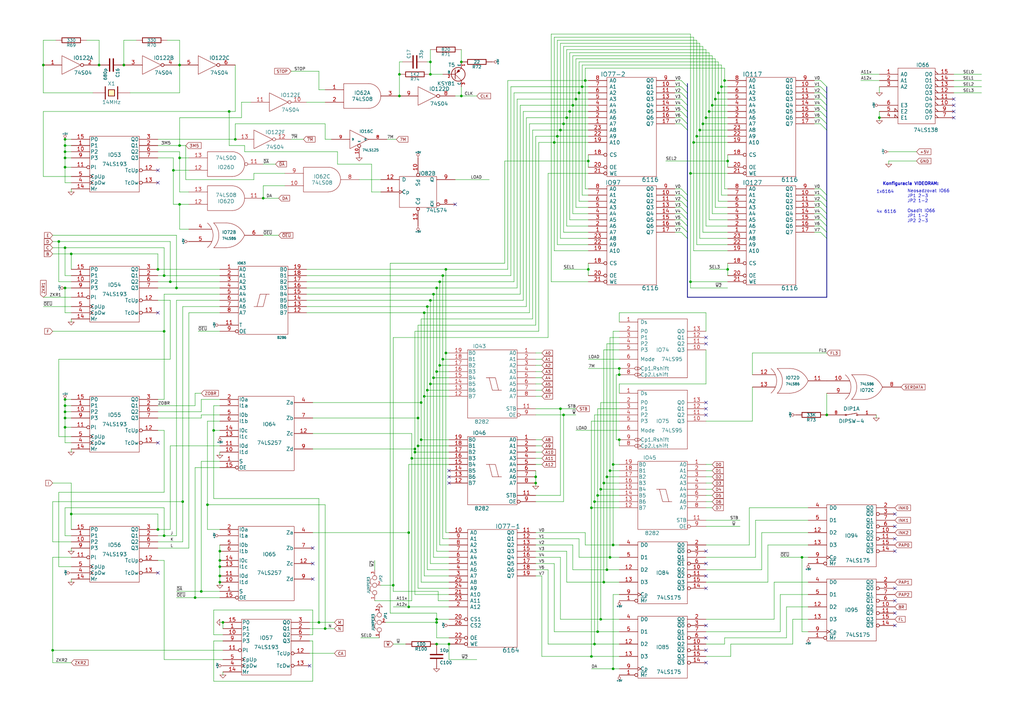
<source format=kicad_sch>
(kicad_sch (version 20211123) (generator eeschema)
  (paper "A3")
  (title_block (title "Mistrum Home Computer") (date "11 mar 2012") (rev "1.0") (company "CASSONIC s.r.o."))
  (junction (at 233.68 45.72))
  (junction (at 64.77 110.49))
  (junction (at 173.99 128.27))
  (junction (at 251.46 223.52))
  (junction (at 243.84 205.74))
  (junction (at 180.34 115.57))
  (junction (at 189.23 39.37))
  (junction (at 26.67 64.77))
  (junction (at 130.81 255.27))
  (junction (at 254 153.67))
  (junction (at 246.38 200.66))
  (junction (at 90.17 226.06))
  (junction (at 227.33 58.42))
  (junction (at 85.09 207.01))
  (junction (at 219.71 195.58))
  (junction (at 181.61 147.32))
  (junction (at 69.85 115.57))
  (junction (at 163.83 30.48))
  (junction (at 179.07 254))
  (junction (at 179.07 264.16))
  (junction (at 292.1 43.18))
  (junction (at 90.17 236.22))
  (junction (at 91.44 255.27))
  (junction (at 243.84 264.16))
  (junction (at 107.95 81.28))
  (junction (at 248.92 233.68))
  (junction (at 234.95 43.18))
  (junction (at 93.98 45.72))
  (junction (at 176.53 30.48))
  (junction (at 229.87 167.64))
  (junction (at 288.29 50.8))
  (junction (at 294.64 38.1))
  (junction (at 245.11 259.08))
  (junction (at 251.46 274.32))
  (junction (at 73.66 59.69))
  (junction (at 71.12 69.85))
  (junction (at 284.48 58.42))
  (junction (at 170.18 185.42))
  (junction (at 231.14 50.8))
  (junction (at 26.67 101.6))
  (junction (at 287.02 53.34))
  (junction (at 285.75 55.88))
  (junction (at 228.6 55.88))
  (junction (at 250.19 193.04))
  (junction (at 176.53 157.48))
  (junction (at 231.14 170.18))
  (junction (at 245.11 203.2))
  (junction (at 241.3 66.04))
  (junction (at 180.34 149.86))
  (junction (at 298.45 110.49))
  (junction (at 163.83 39.37))
  (junction (at 67.31 135.89))
  (junction (at 241.3 110.49))
  (junction (at 229.87 53.34))
  (junction (at 172.72 165.1))
  (junction (at 242.57 208.28))
  (junction (at 238.76 35.56))
  (junction (at 67.31 219.71))
  (junction (at 80.01 245.11))
  (junction (at 133.35 257.81))
  (junction (at 219.71 198.12))
  (junction (at 26.67 118.11))
  (junction (at 26.67 163.83))
  (junction (at 168.91 187.96))
  (junction (at 295.91 35.56))
  (junction (at 181.61 113.03))
  (junction (at 254 151.13))
  (junction (at 24.13 99.06))
  (junction (at 87.63 176.53))
  (junction (at 29.21 210.82))
  (junction (at 90.17 229.87))
  (junction (at 26.67 175.26))
  (junction (at 289.56 48.26))
  (junction (at 177.8 154.94))
  (junction (at 170.18 184.15))
  (junction (at 182.88 110.49))
  (junction (at 26.67 59.69))
  (junction (at 248.92 195.58))
  (junction (at 175.26 125.73))
  (junction (at 179.07 118.11))
  (junction (at 283.21 115.57))
  (junction (at 283.21 71.12))
  (junction (at 298.45 66.04))
  (junction (at 29.21 104.14))
  (junction (at 179.07 255.27))
  (junction (at 247.65 238.76))
  (junction (at 179.07 152.4))
  (junction (at 236.22 40.64))
  (junction (at 96.52 57.15))
  (junction (at 171.45 171.45))
  (junction (at 167.64 248.92))
  (junction (at 173.99 162.56))
  (junction (at 26.67 166.37))
  (junction (at 176.53 123.19))
  (junction (at 172.72 180.34))
  (junction (at 250.19 228.6))
  (junction (at 290.83 45.72))
  (junction (at 40.64 26.67))
  (junction (at 176.53 25.4))
  (junction (at 90.17 238.76))
  (junction (at 17.78 26.67))
  (junction (at 26.67 57.15))
  (junction (at 72.39 118.11))
  (junction (at 182.88 144.78))
  (junction (at 247.65 198.12))
  (junction (at 21.59 266.7))
  (junction (at 242.57 269.24))
  (junction (at 161.29 240.03))
  (junction (at 26.67 62.23))
  (junction (at 73.66 64.77))
  (junction (at 189.23 25.4))
  (junction (at 82.55 242.57))
  (junction (at 237.49 38.1))
  (junction (at 171.45 182.88))
  (junction (at 328.93 228.6))
  (junction (at 73.66 83.82))
  (junction (at 73.66 26.67))
  (junction (at 177.8 120.65))
  (junction (at 360.68 48.26))
  (junction (at 90.17 232.41))
  (junction (at 251.46 190.5))
  (junction (at 74.93 205.74))
  (junction (at 50.8 26.67))
  (junction (at 64.77 217.17))
  (junction (at 184.15 264.16))
  (junction (at 26.67 171.45))
  (junction (at 246.38 254))
  (junction (at 232.41 48.26))
  (junction (at 339.09 170.18))
  (junction (at 297.18 33.02))
  (junction (at 254 180.34))
  (junction (at 26.67 68.58))
  (junction (at 167.64 218.44))
  (junction (at 175.26 160.02))
  (junction (at 293.37 40.64))
  (junction (at 26.67 168.91))
  (junction (at 240.03 33.02))
  (junction (at 67.31 113.03))
  (no_connect (at 184.15 195.58))
  (no_connect (at 367.03 251.46))
  (no_connect (at 128.27 224.79))
  (no_connect (at 289.56 261.62))
  (no_connect (at 64.77 69.85))
  (no_connect (at 289.56 167.64))
  (no_connect (at 289.56 271.78))
  (no_connect (at 127 273.05))
  (no_connect (at 186.69 83.82))
  (no_connect (at 367.03 215.9))
  (no_connect (at 391.16 45.72))
  (no_connect (at 391.16 40.64))
  (no_connect (at 64.77 74.93))
  (no_connect (at 289.56 140.97))
  (no_connect (at 391.16 43.18))
  (no_connect (at 367.03 220.98))
  (no_connect (at 128.27 237.49))
  (no_connect (at 367.03 226.06))
  (no_connect (at 289.56 241.3))
  (no_connect (at 128.27 231.14))
  (no_connect (at 289.56 170.18))
  (no_connect (at 391.16 48.26))
  (no_connect (at 289.56 236.22))
  (no_connect (at 367.03 256.54))
  (no_connect (at 184.15 193.04))
  (no_connect (at 367.03 241.3))
  (no_connect (at 289.56 256.54))
  (no_connect (at 367.03 246.38))
  (no_connect (at 289.56 138.43))
  (no_connect (at 289.56 165.1))
  (no_connect (at 367.03 210.82))
  (no_connect (at 64.77 234.95))
  (no_connect (at 184.15 198.12))
  (no_connect (at 64.77 128.27))
  (no_connect (at 289.56 266.7))
  (no_connect (at 289.56 226.06))
  (no_connect (at 64.77 181.61))
  (no_connect (at 289.56 231.14))
  (bus_entry (at 279.4 77.47) (size 2.54 2.54))
  (bus_entry (at 336.55 85.09) (size 2.54 2.54))
  (bus_entry (at 336.55 40.64) (size 2.54 2.54))
  (bus_entry (at 279.4 87.63) (size 2.54 2.54))
  (bus_entry (at 336.55 33.02) (size 2.54 2.54))
  (bus_entry (at 279.4 38.1) (size 2.54 2.54))
  (bus_entry (at 279.4 45.72) (size 2.54 2.54))
  (bus_entry (at 336.55 92.71) (size 2.54 2.54))
  (bus_entry (at 336.55 77.47) (size 2.54 2.54))
  (bus_entry (at 336.55 95.25) (size 2.54 2.54))
  (bus_entry (at 279.4 50.8) (size 2.54 2.54))
  (bus_entry (at 279.4 95.25) (size 2.54 2.54))
  (bus_entry (at 279.4 43.18) (size 2.54 2.54))
  (bus_entry (at 336.55 35.56) (size 2.54 2.54))
  (bus_entry (at 336.55 90.17) (size 2.54 2.54))
  (bus_entry (at 336.55 43.18) (size 2.54 2.54))
  (bus_entry (at 336.55 45.72) (size 2.54 2.54))
  (bus_entry (at 336.55 38.1) (size 2.54 2.54))
  (bus_entry (at 336.55 50.8) (size 2.54 2.54))
  (bus_entry (at 279.4 92.71) (size 2.54 2.54))
  (bus_entry (at 336.55 48.26) (size 2.54 2.54))
  (bus_entry (at 279.4 35.56) (size 2.54 2.54))
  (bus_entry (at 336.55 82.55) (size 2.54 2.54))
  (bus_entry (at 279.4 40.64) (size 2.54 2.54))
  (bus_entry (at 279.4 90.17) (size 2.54 2.54))
  (bus_entry (at 279.4 85.09) (size 2.54 2.54))
  (bus_entry (at 336.55 87.63) (size 2.54 2.54))
  (bus_entry (at 279.4 80.01) (size 2.54 2.54))
  (bus_entry (at 279.4 82.55) (size 2.54 2.54))
  (bus_entry (at 336.55 80.01) (size 2.54 2.54))
  (bus_entry (at 279.4 33.02) (size 2.54 2.54))
  (bus_entry (at 279.4 48.26) (size 2.54 2.54))
  (wire (pts (xy 74.93 222.25) (xy 64.77 222.25)))
  (wire (pts (xy 184.15 238.76) (xy 172.72 238.76)))
  (wire (pts (xy 289.56 20.32) (xy 289.56 48.26)))
  (bus (pts (xy 339.09 48.26) (xy 339.09 50.8)))
  (wire (pts (xy 283.21 118.11) (xy 283.21 115.57)))
  (wire (pts (xy 298.45 66.04) (xy 298.45 63.5)))
  (wire (pts (xy 284.48 102.87) (xy 284.48 58.42)))
  (wire (pts (xy 298.45 100.33) (xy 285.75 100.33)))
  (wire (pts (xy 227.33 102.87) (xy 227.33 58.42)))
  (wire (pts (xy 73.66 59.69) (xy 76.2 59.69)))
  (wire (pts (xy 229.87 228.6) (xy 229.87 254)))
  (wire (pts (xy 80.01 191.77) (xy 90.17 191.77)))
  (wire (pts (xy 74.93 125.73) (xy 90.17 125.73)))
  (wire (pts (xy 184.15 152.4) (xy 179.07 152.4)))
  (wire (pts (xy 26.67 113.03) (xy 29.21 113.03)))
  (wire (pts (xy 29.21 184.15) (xy 29.21 185.42)))
  (wire (pts (xy 322.58 261.62) (xy 297.18 261.62)))
  (wire (pts (xy 171.45 133.35) (xy 171.45 171.45)))
  (wire (pts (xy 82.55 168.91) (xy 82.55 163.83)))
  (wire (pts (xy 166.37 264.16) (xy 161.29 264.16)))
  (wire (pts (xy 293.37 40.64) (xy 293.37 24.13)))
  (wire (pts (xy 182.88 110.49) (xy 125.73 110.49)))
  (wire (pts (xy 288.29 95.25) (xy 298.45 95.25)))
  (wire (pts (xy 67.31 229.87) (xy 67.31 270.51)))
  (wire (pts (xy 231.14 170.18) (xy 236.22 170.18)))
  (wire (pts (xy 24.13 201.93) (xy 67.31 201.93)))
  (wire (pts (xy 160.02 107.95) (xy 160.02 251.46)))
  (wire (pts (xy 298.45 110.49) (xy 298.45 113.03)))
  (wire (pts (xy 90.17 135.89) (xy 81.28 135.89)))
  (wire (pts (xy 35.56 16.51) (xy 40.64 16.51)))
  (wire (pts (xy 165.1 25.4) (xy 163.83 25.4)))
  (wire (pts (xy 298.45 85.09) (xy 293.37 85.09)))
  (wire (pts (xy 184.15 226.06) (xy 179.07 226.06)))
  (wire (pts (xy 276.86 38.1) (xy 279.4 38.1)))
  (wire (pts (xy 21.59 271.78) (xy 21.59 266.7)))
  (wire (pts (xy 328.93 259.08) (xy 328.93 228.6)))
  (bus (pts (xy 281.94 97.79) (xy 281.94 121.92)))
  (wire (pts (xy 227.33 259.08) (xy 227.33 231.14)))
  (wire (pts (xy 336.55 35.56) (xy 334.01 35.56)))
  (wire (pts (xy 336.55 40.64) (xy 334.01 40.64)))
  (wire (pts (xy 241.3 147.32) (xy 254 147.32)))
  (wire (pts (xy 90.17 182.88) (xy 69.85 182.88)))
  (wire (pts (xy 184.15 243.84) (xy 170.18 243.84)))
  (wire (pts (xy 231.14 110.49) (xy 241.3 110.49)))
  (wire (pts (xy 320.04 259.08) (xy 320.04 243.84)))
  (wire (pts (xy 233.68 45.72) (xy 233.68 21.59)))
  (wire (pts (xy 128.27 250.19) (xy 128.27 260.35)))
  (wire (pts (xy 307.34 223.52) (xy 307.34 208.28)))
  (wire (pts (xy 181.61 113.03) (xy 125.73 113.03)))
  (wire (pts (xy 209.55 113.03) (xy 181.61 113.03)))
  (wire (pts (xy 21.59 99.06) (xy 24.13 99.06)))
  (wire (pts (xy 240.03 33.02) (xy 240.03 77.47)))
  (wire (pts (xy 161.29 138.43) (xy 224.79 138.43)))
  (wire (pts (xy 100.33 62.23) (xy 138.43 62.23)))
  (wire (pts (xy 180.34 115.57) (xy 210.82 115.57)))
  (wire (pts (xy 172.72 180.34) (xy 172.72 165.1)))
  (wire (pts (xy 67.31 219.71) (xy 64.77 219.71)))
  (wire (pts (xy 241.3 66.04) (xy 241.3 63.5)))
  (wire (pts (xy 179.07 254) (xy 179.07 251.46)))
  (wire (pts (xy 17.78 72.39) (xy 17.78 45.72)))
  (wire (pts (xy 309.88 228.6) (xy 289.56 228.6)))
  (wire (pts (xy 22.86 16.51) (xy 17.78 16.51)))
  (wire (pts (xy 254 135.89) (xy 251.46 135.89)))
  (wire (pts (xy 29.21 110.49) (xy 29.21 104.14)))
  (wire (pts (xy 87.63 166.37) (xy 87.63 176.53)))
  (wire (pts (xy 289.56 193.04) (xy 292.1 193.04)))
  (wire (pts (xy 245.11 167.64) (xy 254 167.64)))
  (wire (pts (xy 210.82 38.1) (xy 237.49 38.1)))
  (wire (pts (xy 234.95 233.68) (xy 248.92 233.68)))
  (wire (pts (xy 24.13 99.06) (xy 69.85 99.06)))
  (wire (pts (xy 218.44 53.34) (xy 229.87 53.34)))
  (wire (pts (xy 297.18 33.02) (xy 297.18 77.47)))
  (wire (pts (xy 292.1 87.63) (xy 292.1 43.18)))
  (wire (pts (xy 232.41 226.06) (xy 219.71 226.06)))
  (wire (pts (xy 26.67 168.91) (xy 29.21 168.91)))
  (wire (pts (xy 130.81 255.27) (xy 130.81 204.47)))
  (bus (pts (xy 281.94 85.09) (xy 281.94 87.63)))
  (wire (pts (xy 73.66 16.51) (xy 68.58 16.51)))
  (wire (pts (xy 336.55 95.25) (xy 334.01 95.25)))
  (wire (pts (xy 77.47 83.82) (xy 73.66 83.82)))
  (wire (pts (xy 179.705 246.38) (xy 184.15 246.38)))
  (wire (pts (xy 207.01 66.04) (xy 207.01 107.95)))
  (wire (pts (xy 317.5 238.76) (xy 317.5 254)))
  (wire (pts (xy 114.3 81.28) (xy 107.95 81.28)))
  (wire (pts (xy 331.47 223.52) (xy 314.96 223.52)))
  (wire (pts (xy 26.67 64.77) (xy 29.21 64.77)))
  (wire (pts (xy 359.41 170.18) (xy 359.41 171.45)))
  (bus (pts (xy 339.09 95.25) (xy 339.09 97.79)))
  (wire (pts (xy 245.11 203.2) (xy 245.11 167.64)))
  (wire (pts (xy 248.92 195.58) (xy 248.92 233.68)))
  (wire (pts (xy 91.44 275.59) (xy 91.44 276.86)))
  (wire (pts (xy 219.71 133.35) (xy 171.45 133.35)))
  (wire (pts (xy 184.15 157.48) (xy 176.53 157.48)))
  (wire (pts (xy 69.85 217.17) (xy 64.77 217.17)))
  (wire (pts (xy 96.52 26.67) (xy 96.52 45.72)))
  (wire (pts (xy 26.67 166.37) (xy 29.21 166.37)))
  (wire (pts (xy 279.4 95.25) (xy 276.86 95.25)))
  (wire (pts (xy 229.87 203.2) (xy 219.71 203.2)))
  (wire (pts (xy 226.06 13.97) (xy 226.06 115.57)))
  (wire (pts (xy 184.15 220.98) (xy 181.61 220.98)))
  (wire (pts (xy 328.93 228.6) (xy 320.04 228.6)))
  (wire (pts (xy 297.18 261.62) (xy 297.18 264.16)))
  (wire (pts (xy 242.57 269.24) (xy 242.57 208.28)))
  (wire (pts (xy 163.83 30.48) (xy 163.83 39.37)))
  (wire (pts (xy 219.71 205.74) (xy 231.14 205.74)))
  (wire (pts (xy 179.07 264.16) (xy 184.15 264.16)))
  (wire (pts (xy 125.73 41.91) (xy 133.35 41.91)))
  (wire (pts (xy 298.45 48.26) (xy 289.56 48.26)))
  (wire (pts (xy 247.65 238.76) (xy 247.65 198.12)))
  (wire (pts (xy 236.22 85.09) (xy 241.3 85.09)))
  (wire (pts (xy 167.64 190.5) (xy 184.15 190.5)))
  (wire (pts (xy 219.71 233.68) (xy 224.79 233.68)))
  (wire (pts (xy 82.55 161.29) (xy 80.01 161.29)))
  (wire (pts (xy 80.01 161.29) (xy 80.01 166.37)))
  (wire (pts (xy 298.45 33.02) (xy 297.18 33.02)))
  (wire (pts (xy 241.3 113.03) (xy 241.3 110.49)))
  (wire (pts (xy 29.21 237.49) (xy 29.21 238.76)))
  (bus (pts (xy 339.09 121.92) (xy 281.94 121.92)))
  (wire (pts (xy 40.64 16.51) (xy 40.64 26.67)))
  (wire (pts (xy 289.56 269.24) (xy 299.72 269.24)))
  (wire (pts (xy 228.6 16.51) (xy 285.75 16.51)))
  (wire (pts (xy 219.71 190.5) (xy 222.25 190.5)))
  (wire (pts (xy 287.02 53.34) (xy 287.02 17.78)))
  (wire (pts (xy 208.28 110.49) (xy 182.88 110.49)))
  (wire (pts (xy 184.15 149.86) (xy 180.34 149.86)))
  (wire (pts (xy 364.49 66.04) (xy 375.92 66.04)))
  (wire (pts (xy 171.45 241.3) (xy 184.15 241.3)))
  (wire (pts (xy 360.68 30.48) (xy 353.06 30.48)))
  (wire (pts (xy 29.21 130.81) (xy 29.21 132.08)))
  (wire (pts (xy 73.66 78.74) (xy 73.66 64.77)))
  (wire (pts (xy 179.07 261.62) (xy 179.07 255.27)))
  (wire (pts (xy 24.13 115.57) (xy 29.21 115.57)))
  (wire (pts (xy 276.86 43.18) (xy 279.4 43.18)))
  (wire (pts (xy 214.63 123.19) (xy 214.63 45.72)))
  (wire (pts (xy 26.67 128.27) (xy 26.67 118.11)))
  (wire (pts (xy 234.95 223.52) (xy 234.95 233.68)))
  (wire (pts (xy 220.98 135.89) (xy 220.98 58.42)))
  (wire (pts (xy 67.31 208.28) (xy 67.31 219.71)))
  (wire (pts (xy 184.15 147.32) (xy 181.61 147.32)))
  (wire (pts (xy 228.6 55.88) (xy 228.6 16.51)))
  (wire (pts (xy 26.67 175.26) (xy 26.67 181.61)))
  (wire (pts (xy 364.49 67.31) (xy 364.49 66.04)))
  (wire (pts (xy 130.81 36.83) (xy 130.81 29.21)))
  (wire (pts (xy 210.82 115.57) (xy 210.82 38.1)))
  (wire (pts (xy 233.68 45.72) (xy 241.3 45.72)))
  (wire (pts (xy 182.88 144.78) (xy 182.88 218.44)))
  (wire (pts (xy 251.46 243.84) (xy 254 243.84)))
  (wire (pts (xy 251.46 135.89) (xy 251.46 190.5)))
  (bus (pts (xy 339.09 40.64) (xy 339.09 43.18)))
  (wire (pts (xy 283.21 71.12) (xy 283.21 13.97)))
  (wire (pts (xy 250.19 228.6) (xy 250.19 193.04)))
  (wire (pts (xy 219.71 228.6) (xy 229.87 228.6)))
  (wire (pts (xy 176.53 30.48) (xy 181.61 30.48)))
  (wire (pts (xy 73.66 38.1) (xy 73.66 26.67)))
  (wire (pts (xy 251.46 190.5) (xy 251.46 223.52)))
  (wire (pts (xy 339.09 170.18) (xy 339.09 161.29)))
  (wire (pts (xy 336.55 45.72) (xy 334.01 45.72)))
  (wire (pts (xy 127 257.81) (xy 133.35 257.81)))
  (wire (pts (xy 26.67 62.23) (xy 29.21 62.23)))
  (wire (pts (xy 172.72 165.1) (xy 172.72 130.81)))
  (wire (pts (xy 96.52 57.15) (xy 64.77 57.15)))
  (wire (pts (xy 26.67 171.45) (xy 29.21 171.45)))
  (wire (pts (xy 93.98 59.69) (xy 100.33 59.69)))
  (wire (pts (xy 227.33 58.42) (xy 227.33 15.24)))
  (wire (pts (xy 91.44 270.51) (xy 67.31 270.51)))
  (wire (pts (xy 234.95 43.18) (xy 213.36 43.18)))
  (wire (pts (xy 64.77 123.19) (xy 69.85 123.19)))
  (wire (pts (xy 29.21 232.41) (xy 24.13 232.41)))
  (wire (pts (xy 215.9 48.26) (xy 232.41 48.26)))
  (wire (pts (xy 130.81 29.21) (xy 119.38 29.21)))
  (wire (pts (xy 73.66 26.67) (xy 73.66 16.51)))
  (wire (pts (xy 26.67 68.58) (xy 26.67 64.77)))
  (wire (pts (xy 184.15 248.92) (xy 167.64 248.92)))
  (wire (pts (xy 91.44 257.81) (xy 91.44 255.27)))
  (wire (pts (xy 212.09 118.11) (xy 212.09 40.64)))
  (wire (pts (xy 128.27 279.4) (xy 87.63 279.4)))
  (wire (pts (xy 298.45 80.01) (xy 295.91 80.01)))
  (wire (pts (xy 26.67 59.69) (xy 29.21 59.69)))
  (wire (pts (xy 287.02 97.79) (xy 287.02 53.34)))
  (wire (pts (xy 237.49 228.6) (xy 237.49 220.98)))
  (wire (pts (xy 229.87 167.64) (xy 229.87 203.2)))
  (wire (pts (xy 240.03 218.44) (xy 240.03 223.52)))
  (wire (pts (xy 308.61 158.75) (xy 308.61 172.72)))
  (wire (pts (xy 87.63 260.35) (xy 87.63 250.19)))
  (wire (pts (xy 133.35 257.81) (xy 137.16 257.81)))
  (wire (pts (xy 90.17 245.11) (xy 80.01 245.11)))
  (wire (pts (xy 29.21 271.78) (xy 21.59 271.78)))
  (bus (pts (xy 339.09 38.1) (xy 339.09 40.64)))
  (wire (pts (xy 167.64 248.92) (xy 161.29 248.92)))
  (wire (pts (xy 276.86 82.55) (xy 279.4 82.55)))
  (wire (pts (xy 241.3 40.64) (xy 236.22 40.64)))
  (wire (pts (xy 232.41 92.71) (xy 232.41 48.26)))
  (bus (pts (xy 339.09 50.8) (xy 339.09 53.34)))
  (wire (pts (xy 77.47 64.77) (xy 73.66 64.77)))
  (wire (pts (xy 128.27 260.35) (xy 127 260.35)))
  (wire (pts (xy 177.8 120.65) (xy 177.8 154.94)))
  (wire (pts (xy 170.18 184.15) (xy 170.18 135.89)))
  (bus (pts (xy 339.09 45.72) (xy 339.09 48.26)))
  (wire (pts (xy 276.86 87.63) (xy 279.4 87.63)))
  (wire (pts (xy 125.73 128.27) (xy 173.99 128.27)))
  (wire (pts (xy 138.43 67.31) (xy 152.4 67.31)))
  (wire (pts (xy 135.89 57.15) (xy 133.35 57.15)))
  (wire (pts (xy 237.49 82.55) (xy 237.49 38.1)))
  (wire (pts (xy 245.11 259.08) (xy 245.11 203.2)))
  (wire (pts (xy 73.66 48.26) (xy 73.66 59.69)))
  (wire (pts (xy 64.77 64.77) (xy 71.12 64.77)))
  (wire (pts (xy 231.14 50.8) (xy 231.14 19.05)))
  (wire (pts (xy 29.21 219.71) (xy 26.67 219.71)))
  (wire (pts (xy 298.45 97.79) (xy 287.02 97.79)))
  (wire (pts (xy 69.85 182.88) (xy 69.85 217.17)))
  (wire (pts (xy 250.19 228.6) (xy 237.49 228.6)))
  (wire (pts (xy 90.17 236.22) (xy 90.17 232.41)))
  (wire (pts (xy 80.01 166.37) (xy 64.77 166.37)))
  (wire (pts (xy 156.21 240.03) (xy 161.29 240.03)))
  (wire (pts (xy 90.17 128.27) (xy 77.47 128.27)))
  (wire (pts (xy 241.3 87.63) (xy 234.95 87.63)))
  (wire (pts (xy 229.87 53.34) (xy 229.87 97.79)))
  (wire (pts (xy 241.3 43.18) (xy 234.95 43.18)))
  (wire (pts (xy 82.55 170.18) (xy 90.17 170.18)))
  (wire (pts (xy 283.21 13.97) (xy 226.06 13.97)))
  (wire (pts (xy 219.71 180.34) (xy 222.25 180.34)))
  (wire (pts (xy 29.21 77.47) (xy 29.21 78.74)))
  (wire (pts (xy 295.91 35.56) (xy 295.91 26.67)))
  (wire (pts (xy 152.4 78.74) (xy 156.21 78.74)))
  (wire (pts (xy 85.09 207.01) (xy 85.09 172.72)))
  (wire (pts (xy 179.07 226.06) (xy 179.07 152.4)))
  (wire (pts (xy 179.705 242.57) (xy 179.705 246.38)))
  (wire (pts (xy 161.29 138.43) (xy 161.29 240.03)))
  (wire (pts (xy 127 262.89) (xy 128.27 262.89)))
  (wire (pts (xy 64.77 110.49) (xy 90.17 110.49)))
  (wire (pts (xy 293.37 24.13) (xy 236.22 24.13)))
  (wire (pts (xy 334.01 43.18) (xy 336.55 43.18)))
  (wire (pts (xy 213.36 43.18) (xy 213.36 120.65)))
  (wire (pts (xy 74.93 222.25) (xy 74.93 205.74)))
  (wire (pts (xy 171.45 182.88) (xy 171.45 241.3)))
  (wire (pts (xy 179.07 152.4) (xy 179.07 118.11)))
  (wire (pts (xy 231.14 50.8) (xy 241.3 50.8)))
  (wire (pts (xy 334.01 92.71) (xy 336.55 92.71)))
  (wire (pts (xy 325.12 254) (xy 331.47 254)))
  (wire (pts (xy 254 128.27) (xy 289.56 128.27)))
  (wire (pts (xy 21.59 266.7) (xy 21.59 228.6)))
  (wire (pts (xy 241.3 55.88) (xy 228.6 55.88)))
  (wire (pts (xy 248.92 140.97) (xy 248.92 195.58)))
  (wire (pts (xy 69.85 99.06) (xy 69.85 115.57)))
  (wire (pts (xy 334.01 77.47) (xy 336.55 77.47)))
  (bus (pts (xy 339.09 53.34) (xy 339.09 80.01)))
  (wire (pts (xy 26.67 208.28) (xy 67.31 208.28)))
  (wire (pts (xy 67.31 135.89) (xy 67.31 120.65)))
  (wire (pts (xy 64.77 171.45) (xy 82.55 171.45)))
  (wire (pts (xy 168.91 177.8) (xy 128.27 177.8)))
  (wire (pts (xy 177.8 228.6) (xy 184.15 228.6)))
  (wire (pts (xy 254 157.48) (xy 289.56 157.48)))
  (wire (pts (xy 26.67 64.77) (xy 26.67 62.23)))
  (wire (pts (xy 90.17 226.06) (xy 90.17 223.52)))
  (wire (pts (xy 292.1 43.18) (xy 292.1 22.86)))
  (wire (pts (xy 160.02 251.46) (xy 179.07 251.46)))
  (wire (pts (xy 26.67 57.15) (xy 29.21 57.15)))
  (wire (pts (xy 325.12 264.16) (xy 325.12 254)))
  (wire (pts (xy 107.95 76.2) (xy 116.84 76.2)))
  (wire (pts (xy 254 151.13) (xy 241.3 151.13)))
  (wire (pts (xy 189.23 39.37) (xy 186.69 39.37)))
  (wire (pts (xy 285.75 55.88) (xy 285.75 16.51)))
  (wire (pts (xy 219.71 160.02) (xy 222.25 160.02)))
  (wire (pts (xy 295.91 26.67) (xy 238.76 26.67)))
  (wire (pts (xy 173.99 162.56) (xy 173.99 236.22)))
  (wire (pts (xy 50.8 26.67) (xy 50.8 16.51)))
  (wire (pts (xy 96.52 45.72) (xy 93.98 45.72)))
  (wire (pts (xy 72.39 96.52) (xy 21.59 96.52)))
  (wire (pts (xy 297.18 27.94) (xy 297.18 33.02)))
  (wire (pts (xy 72.39 123.19) (xy 72.39 219.71)))
  (wire (pts (xy 21.59 228.6) (xy 29.21 228.6)))
  (bus (pts (xy 339.09 97.79) (xy 339.09 121.92)))
  (wire (pts (xy 24.13 99.06) (xy 24.13 115.57)))
  (wire (pts (xy 219.71 199.39) (xy 219.71 198.12)))
  (wire (pts (xy 73.66 62.23) (xy 64.77 62.23)))
  (wire (pts (xy 289.56 195.58) (xy 292.1 195.58)))
  (wire (pts (xy 289.56 259.08) (xy 320.04 259.08)))
  (bus (pts (xy 281.94 48.26) (xy 281.94 50.8)))
  (wire (pts (xy 90.17 185.42) (xy 90.17 186.69)))
  (wire (pts (xy 29.21 74.93) (xy 26.67 74.93)))
  (wire (pts (xy 26.67 59.69) (xy 26.67 57.15)))
  (wire (pts (xy 64.77 59.69) (xy 73.66 59.69)))
  (wire (pts (xy 254 176.53) (xy 236.22 176.53)))
  (wire (pts (xy 176.53 157.48) (xy 176.53 231.14)))
  (wire (pts (xy 251.46 223.52) (xy 254 223.52)))
  (wire (pts (xy 276.86 92.71) (xy 279.4 92.71)))
  (wire (pts (xy 72.39 219.71) (xy 67.31 219.71)))
  (bus (pts (xy 339.09 85.09) (xy 339.09 87.63)))
  (wire (pts (xy 219.71 152.4) (xy 222.25 152.4)))
  (wire (pts (xy 254 193.04) (xy 250.19 193.04)))
  (wire (pts (xy 125.73 123.19) (xy 176.53 123.19)))
  (wire (pts (xy 227.33 15.24) (xy 284.48 15.24)))
  (wire (pts (xy 161.29 242.57) (xy 179.705 242.57)))
  (wire (pts (xy 77.47 224.79) (xy 77.47 128.27)))
  (wire (pts (xy 229.87 254) (xy 246.38 254)))
  (wire (pts (xy 26.67 62.23) (xy 26.67 59.69)))
  (wire (pts (xy 176.53 123.19) (xy 176.53 157.48)))
  (wire (pts (xy 71.12 69.85) (xy 71.12 64.77)))
  (wire (pts (xy 128.27 262.89) (xy 128.27 279.4)))
  (wire (pts (xy 24.13 179.07) (xy 24.13 147.32)))
  (wire (pts (xy 276.86 77.47) (xy 279.4 77.47)))
  (wire (pts (xy 222.25 236.22) (xy 219.71 236.22)))
  (wire (pts (xy 184.15 264.16) (xy 184.15 270.51)))
  (wire (pts (xy 82.55 242.57) (xy 82.55 189.23)))
  (wire (pts (xy 189.23 20.32) (xy 189.23 25.4)))
  (wire (pts (xy 26.67 163.83) (xy 26.67 166.37)))
  (wire (pts (xy 29.21 121.92) (xy 17.78 121.92)))
  (wire (pts (xy 219.71 170.18) (xy 231.14 170.18)))
  (wire (pts (xy 24.13 232.41) (xy 24.13 201.93)))
  (wire (pts (xy 298.45 45.72) (xy 290.83 45.72)))
  (wire (pts (xy 21.59 104.14) (xy 29.21 104.14)))
  (wire (pts (xy 29.21 179.07) (xy 24.13 179.07)))
  (wire (pts (xy 73.66 93.98) (xy 77.47 93.98)))
  (wire (pts (xy 227.33 231.14) (xy 219.71 231.14)))
  (wire (pts (xy 241.3 102.87) (xy 227.33 102.87)))
  (wire (pts (xy 229.87 167.64) (xy 236.22 167.64)))
  (bus (pts (xy 339.09 80.01) (xy 339.09 82.55)))
  (wire (pts (xy 289.56 223.52) (xy 307.34 223.52)))
  (wire (pts (xy 241.3 90.17) (xy 233.68 90.17)))
  (wire (pts (xy 229.87 97.79) (xy 241.3 97.79)))
  (wire (pts (xy 175.26 160.02) (xy 175.26 125.73)))
  (wire (pts (xy 21.59 222.25) (xy 21.59 205.74)))
  (wire (pts (xy 177.8 120.65) (xy 125.73 120.65)))
  (wire (pts (xy 236.22 40.64) (xy 236.22 85.09)))
  (wire (pts (xy 133.35 36.83) (xy 130.81 36.83)))
  (wire (pts (xy 334.01 38.1) (xy 336.55 38.1)))
  (wire (pts (xy 29.21 163.83) (xy 26.67 163.83)))
  (wire (pts (xy 254 195.58) (xy 248.92 195.58)))
  (wire (pts (xy 288.29 50.8) (xy 288.29 95.25)))
  (bus (pts (xy 281.94 34.29) (xy 281.94 35.56)))
  (wire (pts (xy 224.79 233.68) (xy 224.79 264.16)))
  (wire (pts (xy 90.17 229.87) (xy 90.17 226.06)))
  (wire (pts (xy 276.86 48.26) (xy 279.4 48.26)))
  (wire (pts (xy 168.91 246.38) (xy 168.91 187.96)))
  (wire (pts (xy 29.21 224.79) (xy 29.21 226.06)))
  (wire (pts (xy 308.61 153.67) (xy 308.61 144.78)))
  (wire (pts (xy 91.44 255.27) (xy 90.17 255.27)))
  (wire (pts (xy 224.79 264.16) (xy 243.84 264.16)))
  (wire (pts (xy 334.01 48.26) (xy 336.55 48.26)))
  (wire (pts (xy 73.66 83.82) (xy 73.66 93.98)))
  (wire (pts (xy 73.66 38.1) (xy 53.34 38.1)))
  (wire (pts (xy 184.15 160.02) (xy 175.26 160.02)))
  (wire (pts (xy 175.26 233.68) (xy 175.26 160.02)))
  (bus (pts (xy 339.09 92.71) (xy 339.09 95.25)))
  (wire (pts (xy 241.3 95.25) (xy 231.14 95.25)))
  (wire (pts (xy 175.26 125.73) (xy 215.9 125.73)))
  (wire (pts (xy 254 259.08) (xy 245.11 259.08)))
  (wire (pts (xy 184.15 261.62) (xy 179.07 261.62)))
  (wire (pts (xy 125.73 125.73) (xy 175.26 125.73)))
  (wire (pts (xy 290.83 21.59) (xy 290.83 45.72)))
  (wire (pts (xy 67.31 120.65) (xy 90.17 120.65)))
  (wire (pts (xy 176.53 123.19) (xy 214.63 123.19)))
  (wire (pts (xy 283.21 115.57) (xy 298.45 115.57)))
  (wire (pts (xy 85.09 217.17) (xy 85.09 207.01)))
  (wire (pts (xy 87.63 250.19) (xy 128.27 250.19)))
  (bus (pts (xy 339.09 35.56) (xy 339.09 38.1)))
  (wire (pts (xy 170.18 135.89) (xy 220.98 135.89)))
  (wire (pts (xy 29.21 210.82) (xy 29.21 198.12)))
  (wire (pts (xy 173.99 128.27) (xy 173.99 162.56)))
  (wire (pts (xy 297.18 77.47) (xy 298.45 77.47)))
  (wire (pts (xy 50.8 16.51) (xy 55.88 16.51)))
  (wire (pts (xy 298.45 55.88) (xy 285.75 55.88)))
  (wire (pts (xy 364.49 62.23) (xy 375.92 62.23)))
  (wire (pts (xy 219.71 162.56) (xy 222.25 162.56)))
  (wire (pts (xy 279.4 40.64) (xy 276.86 40.64)))
  (wire (pts (xy 93.98 45.72) (xy 93.98 59.69)))
  (wire (pts (xy 298.45 102.87) (xy 284.48 102.87)))
  (bus (pts (xy 281.94 38.1) (xy 281.94 40.64)))
  (wire (pts (xy 252.73 153.67) (xy 254 153.67)))
  (wire (pts (xy 290.83 90.17) (xy 298.45 90.17)))
  (wire (pts (xy 96.52 50.8) (xy 96.52 57.15)))
  (bus (pts (xy 281.94 80.01) (xy 281.94 82.55)))
  (wire (pts (xy 176.53 20.32) (xy 176.53 25.4)))
  (bus (pts (xy 281.94 43.18) (xy 281.94 45.72)))
  (wire (pts (xy 184.15 185.42) (xy 170.18 185.42)))
  (wire (pts (xy 273.05 66.04) (xy 298.45 66.04)))
  (wire (pts (xy 289.56 205.74) (xy 292.1 205.74)))
  (wire (pts (xy 153.67 233.68) (xy 153.67 229.87)))
  (wire (pts (xy 336.55 50.8) (xy 334.01 50.8)))
  (wire (pts (xy 237.49 38.1) (xy 237.49 25.4)))
  (wire (pts (xy 184.15 182.88) (xy 171.45 182.88)))
  (wire (pts (xy 289.56 128.27) (xy 289.56 135.89)))
  (wire (pts (xy 240.03 27.94) (xy 297.18 27.94)))
  (bus (pts (xy 281.94 82.55) (xy 281.94 85.09)))
  (wire (pts (xy 182.88 110.49) (xy 182.88 144.78)))
  (wire (pts (xy 292.1 22.86) (xy 234.95 22.86)))
  (wire (pts (xy 242.57 269.24) (xy 222.25 269.24)))
  (wire (pts (xy 254 203.2) (xy 245.11 203.2)))
  (wire (pts (xy 102.87 41.91) (xy 99.06 41.91)))
  (wire (pts (xy 254 205.74) (xy 243.84 205.74)))
  (wire (pts (xy 67.31 113.03) (xy 64.77 113.03)))
  (bus (pts (xy 281.94 92.71) (xy 281.94 95.25)))
  (wire (pts (xy 26.67 74.93) (xy 26.67 68.58)))
  (wire (pts (xy 127 267.97) (xy 137.16 267.97)))
  (wire (pts (xy 163.83 25.4) (xy 163.83 30.48)))
  (wire (pts (xy 64.77 163.83) (xy 67.31 163.83)))
  (wire (pts (xy 228.6 55.88) (xy 219.71 55.88)))
  (wire (pts (xy 241.3 110.49) (xy 241.3 107.95)))
  (wire (pts (xy 254 200.66) (xy 246.38 200.66)))
  (wire (pts (xy 29.21 217.17) (xy 29.21 210.82)))
  (wire (pts (xy 186.69 73.66) (xy 200.66 73.66)))
  (wire (pts (xy 69.85 147.32) (xy 24.13 147.32)))
  (wire (pts (xy 207.01 107.95) (xy 160.02 107.95)))
  (wire (pts (xy 104.14 73.66) (xy 104.14 71.12)))
  (wire (pts (xy 170.18 243.84) (xy 170.18 185.42)))
  (wire (pts (xy 182.88 218.44) (xy 184.15 218.44)))
  (wire (pts (xy 254 132.08) (xy 254 128.27)))
  (wire (pts (xy 308.61 144.78) (xy 339.09 144.78)))
  (wire (pts (xy 299.72 269.24) (xy 299.72 264.16)))
  (wire (pts (xy 247.65 143.51) (xy 254 143.51)))
  (wire (pts (xy 87.63 262.89) (xy 91.44 262.89)))
  (wire (pts (xy 229.87 53.34) (xy 241.3 53.34)))
  (wire (pts (xy 232.41 48.26) (xy 241.3 48.26)))
  (wire (pts (xy 67.31 113.03) (xy 67.31 101.6)))
  (wire (pts (xy 298.45 68.58) (xy 298.45 66.04)))
  (wire (pts (xy 107.95 81.28) (xy 107.95 76.2)))
  (wire (pts (xy 90.17 217.17) (xy 85.09 217.17)))
  (wire (pts (xy 254 208.28) (xy 242.57 208.28)))
  (wire (pts (xy 231.14 95.25) (xy 231.14 50.8)))
  (wire (pts (xy 254 161.29) (xy 254 157.48)))
  (wire (pts (xy 74.93 205.74) (xy 74.93 125.73)))
  (wire (pts (xy 219.71 182.88) (xy 222.25 182.88)))
  (wire (pts (xy 334.01 87.63) (xy 336.55 87.63)))
  (bus (pts (xy 281.94 87.63) (xy 281.94 90.17)))
  (wire (pts (xy 219.71 195.58) (xy 219.71 193.04)))
  (wire (pts (xy 219.71 223.52) (xy 234.95 223.52)))
  (wire (pts (xy 180.34 223.52) (xy 184.15 223.52)))
  (wire (pts (xy 217.17 128.27) (xy 217.17 50.8)))
  (wire (pts (xy 231.14 19.05) (xy 288.29 19.05)))
  (wire (pts (xy 26.67 171.45) (xy 26.67 175.26)))
  (bus (pts (xy 281.94 45.72) (xy 281.94 48.26)))
  (wire (pts (xy 64.77 229.87) (xy 67.31 229.87)))
  (wire (pts (xy 219.71 154.94) (xy 222.25 154.94)))
  (wire (pts (xy 298.45 58.42) (xy 284.48 58.42)))
  (wire (pts (xy 90.17 176.53) (xy 87.63 176.53)))
  (wire (pts (xy 289.56 215.9) (xy 303.53 215.9)))
  (wire (pts (xy 99.06 41.91) (xy 99.06 48.26)))
  (wire (pts (xy 128.27 218.44) (xy 167.64 218.44)))
  (wire (pts (xy 309.88 213.36) (xy 309.88 228.6)))
  (wire (pts (xy 391.16 30.48) (xy 402.59 30.48)))
  (wire (pts (xy 391.16 33.02) (xy 402.59 33.02)))
  (wire (pts (xy 156.21 73.66) (xy 147.32 73.66)))
  (wire (pts (xy 312.42 218.44) (xy 331.47 218.44)))
  (bus (pts (xy 281.94 95.25) (xy 281.94 97.79)))
  (wire (pts (xy 254 228.6) (xy 250.19 228.6)))
  (wire (pts (xy 334.01 33.02) (xy 336.55 33.02)))
  (wire (pts (xy 289.56 233.68) (xy 312.42 233.68)))
  (wire (pts (xy 234.95 87.63) (xy 234.95 43.18)))
  (wire (pts (xy 175.26 25.4) (xy 176.53 25.4)))
  (wire (pts (xy 246.38 254) (xy 254 254)))
  (wire (pts (xy 391.16 38.1) (xy 402.59 38.1)))
  (wire (pts (xy 289.56 213.36) (xy 303.53 213.36)))
  (wire (pts (xy 289.56 208.28) (xy 292.1 208.28)))
  (wire (pts (xy 233.68 90.17) (xy 233.68 45.72)))
  (bus (pts (xy 281.94 40.64) (xy 281.94 43.18)))
  (wire (pts (xy 184.15 144.78) (xy 182.88 144.78)))
  (wire (pts (xy 254 198.12) (xy 247.65 198.12)))
  (wire (pts (xy 243.84 264.16) (xy 254 264.16)))
  (wire (pts (xy 224.79 71.12) (xy 241.3 71.12)))
  (wire (pts (xy 91.44 266.7) (xy 21.59 266.7)))
  (wire (pts (xy 180.34 149.86) (xy 180.34 223.52)))
  (wire (pts (xy 29.21 68.58) (xy 26.67 68.58)))
  (wire (pts (xy 172.72 130.81) (xy 218.44 130.81)))
  (wire (pts (xy 290.83 45.72) (xy 290.83 90.17)))
  (wire (pts (xy 289.56 48.26) (xy 289.56 92.71)))
  (wire (pts (xy 288.29 19.05) (xy 288.29 50.8)))
  (wire (pts (xy 217.17 50.8) (xy 231.14 50.8)))
  (wire (pts (xy 130.81 255.27) (xy 137.16 255.27)))
  (wire (pts (xy 360.68 33.02) (xy 353.06 33.02)))
  (wire (pts (xy 237.49 38.1) (xy 241.3 38.1)))
  (wire (pts (xy 76.2 73.66) (xy 104.14 73.66)))
  (wire (pts (xy 298.45 53.34) (xy 287.02 53.34)))
  (wire (pts (xy 167.64 248.92) (xy 167.64 218.44)))
  (wire (pts (xy 90.17 123.19) (xy 72.39 123.19)))
  (wire (pts (xy 331.47 248.92) (xy 322.58 248.92)))
  (wire (pts (xy 222.25 269.24) (xy 222.25 236.22)))
  (wire (pts (xy 170.18 185.42) (xy 170.18 184.15)))
  (wire (pts (xy 133.35 50.8) (xy 96.52 50.8)))
  (wire (pts (xy 82.55 171.45) (xy 82.55 170.18)))
  (wire (pts (xy 179.07 254) (xy 184.15 254)))
  (wire (pts (xy 87.63 176.53) (xy 87.63 204.47)))
  (wire (pts (xy 26.67 168.91) (xy 26.67 171.45)))
  (wire (pts (xy 298.45 107.95) (xy 298.45 110.49)))
  (wire (pts (xy 314.96 238.76) (xy 289.56 238.76)))
  (wire (pts (xy 87.63 204.47) (xy 130.81 204.47)))
  (wire (pts (xy 80.01 245.11) (xy 72.39 245.11)))
  (wire (pts (xy 67.31 101.6) (xy 26.67 101.6)))
  (wire (pts (xy 293.37 85.09) (xy 293.37 40.64)))
  (wire (pts (xy 26.67 219.71) (xy 26.67 208.28)))
  (wire (pts (xy 67.31 163.83) (xy 67.31 135.89)))
  (wire (pts (xy 237.49 25.4) (xy 294.64 25.4)))
  (wire (pts (xy 228.6 100.33) (xy 228.6 55.88)))
  (wire (pts (xy 298.45 38.1) (xy 294.64 38.1)))
  (wire (pts (xy 184.15 187.96) (xy 168.91 187.96)))
  (wire (pts (xy 246.38 165.1) (xy 246.38 200.66)))
  (wire (pts (xy 238.76 35.56) (xy 209.55 35.56)))
  (bus (pts (xy 281.94 90.17) (xy 281.94 92.71)))
  (wire (pts (xy 99.06 48.26) (xy 73.66 48.26)))
  (wire (pts (xy 289.56 157.48) (xy 289.56 143.51)))
  (wire (pts (xy 38.1 38.1) (xy 17.78 38.1)))
  (wire (pts (xy 298.45 118.11) (xy 283.21 118.11)))
  (wire (pts (xy 250.19 193.04) (xy 250.19 138.43)))
  (wire (pts (xy 100.33 59.69) (xy 100.33 62.23)))
  (wire (pts (xy 241.3 100.33) (xy 228.6 100.33)))
  (wire (pts (xy 71.12 83.82) (xy 71.12 69.85)))
  (wire (pts (xy 297.18 264.16) (xy 289.56 264.16)))
  (wire (pts (xy 298.45 35.56) (xy 295.91 35.56)))
  (wire (pts (xy 17.78 125.73) (xy 29.21 125.73)))
  (wire (pts (xy 289.56 200.66) (xy 292.1 200.66)))
  (wire (pts (xy 133.35 57.15) (xy 133.35 50.8)))
  (wire (pts (xy 176.53 231.14) (xy 184.15 231.14)))
  (wire (pts (xy 299.72 264.16) (xy 325.12 264.16)))
  (wire (pts (xy 176.53 25.4) (xy 176.53 30.48)))
  (wire (pts (xy 219.71 185.42) (xy 222.25 185.42)))
  (wire (pts (xy 238.76 35.56) (xy 238.76 80.01)))
  (wire (pts (xy 72.39 118.11) (xy 72.39 96.52)))
  (wire (pts (xy 240.03 27.94) (xy 240.03 33.02)))
  (wire (pts (xy 69.85 115.57) (xy 64.77 115.57)))
  (wire (pts (xy 240.03 77.47) (xy 241.3 77.47)))
  (wire (pts (xy 283.21 115.57) (xy 283.21 71.12)))
  (wire (pts (xy 254 238.76) (xy 247.65 238.76)))
  (wire (pts (xy 90.17 172.72) (xy 85.09 172.72)))
  (wire (pts (xy 64.77 224.79) (xy 77.47 224.79)))
  (wire (pts (xy 184.15 270.51) (xy 195.58 270.51)))
  (wire (pts (xy 29.21 210.82) (xy 64.77 210.82)))
  (wire (pts (xy 298.45 43.18) (xy 292.1 43.18)))
  (wire (pts (xy 279.4 35.56) (xy 276.86 35.56)))
  (wire (pts (xy 289.56 198.12) (xy 292.1 198.12)))
  (wire (pts (xy 179.07 255.27) (xy 179.07 254)))
  (wire (pts (xy 184.15 180.34) (xy 172.72 180.34)))
  (wire (pts (xy 224.79 138.43) (xy 224.79 71.12)))
  (wire (pts (xy 93.98 45.72) (xy 17.78 45.72)))
  (wire (pts (xy 226.06 115.57) (xy 241.3 115.57)))
  (wire (pts (xy 331.47 213.36) (xy 309.88 213.36)))
  (wire (pts (xy 238.76 26.67) (xy 238.76 35.56)))
  (wire (pts (xy 314.96 223.52) (xy 314.96 238.76)))
  (wire (pts (xy 167.64 218.44) (xy 167.64 190.5)))
  (wire (pts (xy 125.73 118.11) (xy 179.07 118.11)))
  (wire (pts (xy 298.45 87.63) (xy 292.1 87.63)))
  (wire (pts (xy 336.55 90.17) (xy 334.01 90.17)))
  (wire (pts (xy 227.33 58.42) (xy 241.3 58.42)))
  (wire (pts (xy 219.71 198.12) (xy 219.71 195.58)))
  (wire (pts (xy 294.64 38.1) (xy 294.64 82.55)))
  (wire (pts (xy 161.29 240.03) (xy 161.29 242.57)))
  (wire (pts (xy 133.35 207.01) (xy 133.35 257.81)))
  (wire (pts (xy 308.61 172.72) (xy 289.56 172.72)))
  (wire (pts (xy 80.01 245.11) (xy 80.01 191.77)))
  (wire (pts (xy 336.55 80.01) (xy 334.01 80.01)))
  (wire (pts (xy 17.78 38.1) (xy 17.78 26.67)))
  (wire (pts (xy 276.86 33.02) (xy 279.4 33.02)))
  (wire (pts (xy 64.77 210.82) (xy 64.77 217.17)))
  (wire (pts (xy 184.15 162.56) (xy 173.99 162.56)))
  (wire (pts (xy 241.3 82.55) (xy 237.49 82.55)))
  (wire (pts (xy 219.71 187.96) (xy 222.25 187.96)))
  (wire (pts (xy 180.34 115.57) (xy 180.34 149.86)))
  (bus (pts (xy 339.09 90.17) (xy 339.09 92.71)))
  (wire (pts (xy 254 140.97) (xy 248.92 140.97)))
  (wire (pts (xy 172.72 238.76) (xy 172.72 180.34)))
  (wire (pts (xy 90.17 240.03) (xy 90.17 238.76)))
  (wire (pts (xy 152.4 67.31) (xy 152.4 78.74)))
  (wire (pts (xy 279.4 80.01) (xy 276.86 80.01)))
  (wire (pts (xy 147.955 261.62) (xy 155.575 261.62)))
  (wire (pts (xy 294.64 82.55) (xy 298.45 82.55)))
  (wire (pts (xy 181.61 147.32) (xy 181.61 113.03)))
  (wire (pts (xy 252.73 153.67) (xy 252.73 180.34)))
  (wire (pts (xy 254 180.34) (xy 254 182.88)))
  (wire (pts (xy 232.41 20.32) (xy 289.56 20.32)))
  (wire (pts (xy 90.17 113.03) (xy 67.31 113.03)))
  (wire (pts (xy 289.56 92.71) (xy 298.45 92.71)))
  (wire (pts (xy 26.67 166.37) (xy 26.67 168.91)))
  (bus (pts (xy 281.94 35.56) (xy 281.94 38.1)))
  (wire (pts (xy 218.44 130.81) (xy 218.44 53.34)))
  (wire (pts (xy 29.21 222.25) (xy 21.59 222.25)))
  (wire (pts (xy 242.57 172.72) (xy 254 172.72)))
  (wire (pts (xy 125.73 115.57) (xy 180.34 115.57)))
  (wire (pts (xy 91.44 260.35) (xy 87.63 260.35)))
  (wire (pts (xy 119.38 57.15) (xy 124.46 57.15)))
  (wire (pts (xy 64.77 168.91) (xy 82.55 168.91)))
  (wire (pts (xy 179.07 118.11) (xy 212.09 118.11)))
  (wire (pts (xy 85.09 207.01) (xy 133.35 207.01)))
  (wire (pts (xy 158.75 57.15) (xy 162.56 57.15)))
  (wire (pts (xy 247.65 198.12) (xy 247.65 143.51)))
  (wire (pts (xy 233.68 21.59) (xy 290.83 21.59)))
  (wire (pts (xy 295.91 80.01) (xy 295.91 35.56)))
  (wire (pts (xy 317.5 254) (xy 289.56 254)))
  (wire (pts (xy 238.76 80.01) (xy 241.3 80.01)))
  (wire (pts (xy 331.47 228.6) (xy 328.93 228.6)))
  (wire (pts (xy 73.66 78.74) (xy 77.47 78.74)))
  (wire (pts (xy 234.95 43.18) (xy 234.95 22.86)))
  (wire (pts (xy 90.17 238.76) (xy 90.17 236.22)))
  (wire (pts (xy 246.38 200.66) (xy 246.38 254)))
  (wire (pts (xy 247.65 238.76) (xy 232.41 238.76)))
  (wire (pts (xy 254 190.5) (xy 251.46 190.5)))
  (wire (pts (xy 158.115 255.27) (xy 179.07 255.27)))
  (bus (pts (xy 339.09 87.63) (xy 339.09 90.17)))
  (wire (pts (xy 232.41 238.76) (xy 232.41 226.06)))
  (wire (pts (xy 208.28 33.02) (xy 208.28 110.49)))
  (wire (pts (xy 236.22 24.13) (xy 236.22 40.64)))
  (wire (pts (xy 242.57 208.28) (xy 242.57 172.72)))
  (wire (pts (xy 241.3 33.02) (xy 240.03 33.02)))
  (wire (pts (xy 336.55 85.09) (xy 334.01 85.09)))
  (wire (pts (xy 90.17 118.11) (xy 72.39 118.11)))
  (wire (pts (xy 331.47 259.08) (xy 328.93 259.08)))
  (wire (pts (xy 285.75 100.33) (xy 285.75 55.88)))
  (wire (pts (xy 391.16 35.56) (xy 402.59 35.56)))
  (wire (pts (xy 289.56 190.5) (xy 292.1 190.5)))
  (wire (pts (xy 236.22 40.64) (xy 212.09 40.64)))
  (wire (pts (xy 279.4 50.8) (xy 276.86 50.8)))
  (wire (pts (xy 29.21 198.12) (xy 21.59 198.12)))
  (wire (pts (xy 360.68 45.72) (xy 360.68 48.26)))
  (wire (pts (xy 107.95 96.52) (xy 114.3 96.52)))
  (wire (pts (xy 26.67 175.26) (xy 29.21 175.26)))
  (wire (pts (xy 17.78 26.67) (xy 17.78 16.51)))
  (wire (pts (xy 220.98 58.42) (xy 227.33 58.42)))
  (wire (pts (xy 168.91 187.96) (xy 168.91 177.8)))
  (wire (pts (xy 82.55 189.23) (xy 90.17 189.23)))
  (wire (pts (xy 219.71 218.44) (xy 240.03 218.44)))
  (wire (pts (xy 298.45 50.8) (xy 288.29 50.8)))
  (wire (pts (xy 127 255.27) (xy 130.81 255.27)))
  (wire (pts (xy 219.71 157.48) (xy 222.25 157.48)))
  (wire (pts (xy 279.4 45.72) (xy 276.86 45.72)))
  (wire (pts (xy 181.61 220.98) (xy 181.61 147.32)))
  (wire (pts (xy 254 153.67) (xy 254 151.13)))
  (wire (pts (xy 250.19 138.43) (xy 254 138.43)))
  (bus (pts (xy 281.94 53.34) (xy 281.94 80.01)))
  (wire (pts (xy 207.01 66.04) (xy 241.3 66.04)))
  (wire (pts (xy 67.31 176.53) (xy 64.77 176.53)))
  (wire (pts (xy 72.39 118.11) (xy 64.77 118.11)))
  (wire (pts (xy 209.55 35.56) (xy 209.55 113.03)))
  (wire (pts (xy 184.15 154.94) (xy 177.8 154.94)))
  (wire (pts (xy 219.71 167.64) (xy 229.87 167.64)))
  (wire (pts (xy 195.58 39.37) (xy 189.23 39.37)))
  (wire (pts (xy 26.67 101.6) (xy 21.59 101.6)))
  (wire (pts (xy 251.46 274.32) (xy 251.46 243.84)))
  (wire (pts (xy 29.21 128.27) (xy 26.67 128.27)))
  (wire (pts (xy 219.71 55.88) (xy 219.71 133.35)))
  (wire (pts (xy 360.68 48.26) (xy 360.68 49.53)))
  (wire (pts (xy 189.23 35.56) (xy 189.23 39.37)))
  (wire (pts (xy 26.67 181.61) (xy 29.21 181.61)))
  (wire (pts (xy 243.84 170.18) (xy 243.84 205.74)))
  (wire (pts (xy 69.85 123.19) (xy 69.85 147.32)))
  (wire (pts (xy 298.45 71.12) (xy 283.21 71.12)))
  (wire (pts (xy 64.77 104.14) (xy 64.77 110.49)))
  (wire (pts (xy 241.3 92.71) (xy 232.41 92.71)))
  (bus (pts (xy 339.09 82.55) (xy 339.09 85.09)))
  (bus (pts (xy 339.09 43.18) (xy 339.09 45.72)))
  (wire (pts (xy 248.92 233.68) (xy 254 233.68)))
  (wire (pts (xy 90.17 242.57) (xy 82.55 242.57)))
  (wire (pts (xy 26.67 118.11) (xy 29.21 118.11)))
  (wire (pts (xy 219.71 147.32) (xy 222.25 147.32)))
  (wire (pts (xy 254 274.32) (xy 251.46 274.32)))
  (bus (pts (xy 281.94 50.8) (xy 281.94 53.34)))
  (wire (pts (xy 334.01 82.55) (xy 336.55 82.55)))
  (wire (pts (xy 173.99 236.22) (xy 184.15 236.22)))
  (wire (pts (xy 240.03 223.52) (xy 251.46 223.52)))
  (wire (pts (xy 294.64 25.4) (xy 294.64 38.1)))
  (wire (pts (xy 87.63 279.4) (xy 87.63 262.89)))
  (wire (pts (xy 240.03 33.02) (xy 208.28 33.02)))
  (wire (pts (xy 173.99 128.27) (xy 217.17 128.27)))
  (wire (pts (xy 284.48 58.42) (xy 284.48 15.24)))
  (wire (pts (xy 231.14 205.74) (xy 231.14 170.18)))
  (wire (pts (xy 177.8 154.94) (xy 177.8 228.6)))
  (wire (pts (xy 289.56 203.2) (xy 292.1 203.2)))
  (wire (pts (xy 322.58 248.92) (xy 322.58 261.62)))
  (wire (pts (xy 290.83 110.49) (xy 298.45 110.49)))
  (wire (pts (xy 107.95 67.31) (xy 113.03 67.31)))
  (wire (pts (xy 153.67 246.38) (xy 168.91 246.38)))
  (wire (pts (xy 29.21 72.39) (xy 17.78 72.39)))
  (wire (pts (xy 73.66 64.77) (xy 73.66 62.23)))
  (wire (pts (xy 138.43 62.23) (xy 138.43 67.31)))
  (wire (pts (xy 331.47 238.76) (xy 317.5 238.76)))
  (wire (pts (xy 241.3 68.58) (xy 241.3 66.04)))
  (wire (pts (xy 21.59 205.74) (xy 74.93 205.74)))
  (wire (pts (xy 171.45 171.45) (xy 171.45 182.88)))
  (wire (pts (xy 245.11 259.08) (xy 227.33 259.08)))
  (wire (pts (xy 214.63 45.72) (xy 233.68 45.72)))
  (wire (pts (xy 287.02 17.78) (xy 229.87 17.78)))
  (wire (pts (xy 320.04 243.84) (xy 331.47 243.84)))
  (wire (pts (xy 219.71 144.78) (xy 222.25 144.78)))
  (wire (pts (xy 252.73 180.34) (xy 254 180.34)))
  (wire (pts (xy 29.21 104.14) (xy 64.77 104.14)))
  (wire (pts (xy 243.84 205.74) (xy 243.84 264.16)))
  (wire (pts (xy 82.55 163.83) (xy 90.17 163.83)))
  (wire (pts (xy 184.15 233.68) (xy 175.26 233.68)))
  (wire (pts (xy 82.55 242.57) (xy 72.39 242.57)))
  (wire (pts (xy 254 165.1) (xy 246.38 165.1)))
  (wire (pts (xy 298.45 40.64) (xy 293.37 40.64)))
  (wire (pts (xy 279.4 90.17) (xy 276.86 90.17)))
  (wire (pts (xy 172.72 165.1) (xy 128.27 165.1)))
  (wire (pts (xy 360.68 35.56) (xy 360.68 38.1)))
  (wire (pts (xy 170.18 184.15) (xy 128.27 184.15)))
  (wire (pts (xy 76.2 59.69) (xy 76.2 73.66)))
  (wire (pts (xy 77.47 69.85) (xy 71.12 69.85)))
  (wire (pts (xy 26.67 101.6) (xy 26.67 113.03)))
  (wire (pts (xy 254 170.18) (xy 243.84 170.18)))
  (wire (pts (xy 171.45 171.45) (xy 128.27 171.45)))
  (wire (pts (xy 251.46 274.32) (xy 242.57 274.32)))
  (wire (pts (xy 67.31 201.93) (xy 67.31 176.53)))
  (wire (pts (xy 254 269.24) (xy 242.57 269.24)))
  (wire (pts (xy 229.87 17.78) (xy 229.87 53.34)))
  (wire (pts (xy 241.3 35.56) (xy 238.76 35.56)))
  (wire (pts (xy 104.14 71.12) (xy 116.84 71.12)))
  (wire (pts (xy 312.42 233.68) (xy 312.42 218.44)))
  (wire (pts (xy 90.17 115.57) (xy 69.85 115.57)))
  (wire (pts (xy 219.71 149.86) (xy 222.25 149.86)))
  (wire (pts (xy 232.41 48.26) (xy 232.41 20.32)))
  (wire (pts (xy 90.17 166.37) (xy 87.63 166.37)))
  (wire (pts (xy 279.4 85.09) (xy 276.86 85.09)))
  (wire (pts (xy 237.49 220.98) (xy 219.71 220.98)))
  (wire (pts (xy 90.17 232.41) (xy 90.17 229.87)))
  (wire (pts (xy 215.9 125.73) (xy 215.9 48.26)))
  (wire (pts (xy 307.34 208.28) (xy 331.47 208.28)))
  (wire (pts (xy 213.36 120.65) (xy 177.8 120.65)))
  (wire (pts (xy 21.59 135.89) (xy 67.31 135.89)))
  (wire (pts (xy 73.66 83.82) (xy 71.12 83.82)))
  (text "Neosadzovat IO66\nJP1 2-3\nJP2 1-2\n\nOsadit IO66\nJP1 1-2\nJP2 2-3" (at 372.11 91.44 0) (effects (font (size 1.27 1.27)) (justify left bottom)))
  (text "1x6164\n\n\n\n4x 6116" (at 359.41 87.63 0) (effects (font (size 1.27 1.27)) (justify left bottom)))
  (text "Konfiguracia VIDEORAM:" (at 361.95 76.2 0) (effects (font (size 1.27 1.27) (thickness 0.254) bold) (justify left bottom)))
  (label "V3" (at 276.86 40.64 0) (effects (font (size 1.1938 1.1938))))
  (label "V4" (at 220.98 228.6 0) (effects (font (size 1.1938 1.1938))))
  (label "V1" (at 220.98 220.98 0) (effects (font (size 1.1938 1.1938))))
  (label "A12x" (at 353.06 33.02 0) (effects (font (size 1.1938 1.1938))))
  (label "V5" (at 334.01 90.17 0) (effects (font (size 1.1938 1.1938))))
  (label "V1" (at 276.86 35.56 0) (effects (font (size 1.1938 1.1938))))
  (label "~{W}" (at 162.56 264.16 0) (effects (font (size 1.1938 1.1938))))
  (label "V2" (at 276.86 38.1 0) (effects (font (size 1.1938 1.1938))))
  (label "V2" (at 220.98 223.52 0) (effects (font (size 1.1938 1.1938))))
  (label "~{DA}" (at 107.95 67.31 0) (effects (font (size 1.1938 1.1938))))
  (label "STOP" (at 120.65 29.21 0) (effects (font (size 1.1938 1.1938))))
  (label "LOAD" (at 193.04 73.66 0) (effects (font (size 1.1938 1.1938))))
  (label "ZKR1" (at 20.32 121.92 0) (effects (font (size 1.1938 1.1938))))
  (label "ZKR2" (at 22.86 271.78 0) (effects (font (size 1.1938 1.1938))))
  (label "V6" (at 334.01 48.26 0) (effects (font (size 1.1938 1.1938))))
  (label "7M" (at 158.75 57.15 0) (effects (font (size 1.1938 1.1938))))
  (label "STB" (at 299.4152 213.36 0) (effects (font (size 1.1938 1.1938))))
  (label "V7" (at 276.86 95.25 0) (effects (font (size 1.1938 1.1938))))
  (label "K" (at 69.85 222.25 0) (effects (font (size 1.1938 1.1938))))
  (label "V4" (at 276.86 43.18 0) (effects (font (size 1.1938 1.1938))))
  (label "V6" (at 220.98 233.68 0) (effects (font (size 1.1938 1.1938))))
  (label "A11x" (at 162.56 246.38 0) (effects (font (size 1.1938 1.1938))))
  (label "V0" (at 220.98 218.44 0) (effects (font (size 1.1938 1.1938))))
  (label "LOAD" (at 241.3 147.32 0) (effects (font (size 1.1938 1.1938))))
  (label "N" (at 134.62 257.81 0) (effects (font (size 1.1938 1.1938))))
  (label "V3" (at 220.98 226.06 0) (effects (font (size 1.1938 1.1938))))
  (label "~{W2}" (at 293.37 118.11 0) (effects (font (size 1.1938 1.1938))))
  (label "SEL1" (at 394.97 33.02 0) (effects (font (size 1.1938 1.1938))))
  (label "A12x" (at 162.56 248.92 0) (effects (font (size 1.1938 1.1938))))
  (label "3M5" (at 66.04 59.69 0))
  (label "~{W}" (at 236.22 170.18 180) (effects (font (size 1.1938 1.1938))))
  (label "~{W}" (at 300.1772 215.9 0) (effects (font (size 1.1938 1.1938))))
  (label "SEL3" (at 394.97 38.1 0) (effects (font (size 1.1938 1.1938))))
  (label "V2" (at 334.01 38.1 0) (effects (font (size 1.1938 1.1938))))
  (label "STB" (at 236.22 167.64 180) (effects (font (size 1.1938 1.1938))))
  (label "~{OEU}" (at 17.78 125.73 0) (effects (font (size 1.1938 1.1938))))
  (label "A11x" (at 353.06 30.48 0) (effects (font (size 1.1938 1.1938))))
  (label "V0" (at 334.01 33.02 0) (effects (font (size 1.1938 1.1938))))
  (label "~{W2}" (at 153.67 229.87 270) (effects (font (size 1.1938 1.1938))))
  (label "~{7M}" (at 119.38 57.15 0) (effects (font (size 1.1938 1.1938))))
  (label "V2" (at 334.01 82.55 0) (effects (font (size 1.1938 1.1938))))
  (label "V4" (at 276.86 87.63 0) (effects (font (size 1.1938 1.1938))))
  (label "V1" (at 334.01 80.01 0) (effects (font (size 1.1938 1.1938))))
  (label "V5" (at 276.86 45.72 0) (effects (font (size 1.1938 1.1938))))
  (label "V0" (at 276.86 33.02 0) (effects (font (size 1.1938 1.1938))))
  (label "L" (at 69.85 224.79 0) (effects (font (size 1.1938 1.1938))))
  (label "V6" (at 276.86 48.26 0) (effects (font (size 1.1938 1.1938))))
  (label "V3" (at 276.86 85.09 0) (effects (font (size 1.1938 1.1938))))
  (label "~{DA}" (at 72.39 242.57 0) (effects (font (size 1.1938 1.1938))))
  (label "V3" (at 334.01 40.64 0) (effects (font (size 1.1938 1.1938))))
  (label "ZOBR" (at 64.77 166.37 0) (effects (font (size 1.1938 1.1938))))
  (label "~{OEU}" (at 107.95 96.52 0) (effects (font (size 1.1938 1.1938))))
  (label "V0" (at 276.86 77.47 0) (effects (font (size 1.1938 1.1938))))
  (label "FL3" (at 339.09 144.78 180) (effects (font (size 1.1938 1.1938))))
  (label "J" (at 69.85 219.71 0) (effects (font (size 1.1938 1.1938))))
  (label "V2" (at 276.86 82.55 0) (effects (font (size 1.1938 1.1938))))
  (label "V5" (at 334.01 45.72 0) (effects (font (size 1.1938 1.1938))))
  (label "V7" (at 334.01 95.25 0) (effects (font (size 1.1938 1.1938))))
  (label "SEL2" (at 394.97 35.56 0) (effects (font (size 1.1938 1.1938))))
  (label "SEL1" (at 231.14 110.49 0) (effects (font (size 1.1938 1.1938))))
  (label "CLK" (at 190.5 39.37 0) (effects (font (size 1.1938 1.1938))))
  (label "~{OEU}" (at 81.28 135.89 0) (effects (font (size 1.1938 1.1938))))
  (label "SEL0" (at 394.97 30.48 0) (effects (font (size 1.1938 1.1938))))
  (label "V1" (at 276.86 80.01 0) (effects (font (size 1.1938 1.1938))))
  (label "V0" (at 334.01 77.47 0) (effects (font (size 1.1938 1.1938))))
  (label "V5" (at 276.86 90.17 0) (effects (font (size 1.1938 1.1938))))
  (label "V7" (at 220.98 236.22 0) (effects (font (size 1.1938 1.1938))))
  (label "V6" (at 276.86 92.71 0) (effects (font (size 1.1938 1.1938))))
  (label "7M" (at 241.3 151.13 0) (effects (font (size 1.1938 1.1938))))
  (label "V7" (at 276.86 50.8 0) (effects (font (size 1.1938 1.1938))))
  (label "~{OEU}" (at 320.04 228.6 0) (effects (font (size 1.1938 1.1938))))
  (label "LOAD" (at 236.22 176.53 0) (effects (font (size 1.1938 1.1938))))
  (label "V7" (at 334.01 50.8 0) (effects (font (size 1.1938 1.1938))))
  (label "SEL2" (at 273.05 66.04 0) (effects (font (size 1.1938 1.1938))))
  (label "DA" (at 109.22 81.28 0) (effects (font (size 1.1938 1.1938))))
  (label "~{OEU}" (at 72.39 245.11 0) (effects (font (size 1.1938 1.1938))))
  (label "V4" (at 334.01 43.18 0) (effects (font (size 1.1938 1.1938))))
  (label "V4" (at 334.01 87.63 0) (effects (font (size 1.1938 1.1938))))
  (label "V3" (at 334.01 85.09 0) (effects (font (size 1.1938 1.1938))))
  (label "DA" (at 242.57 274.32 0) (effects (font (size 1.1938 1.1938))))
  (label "V1" (at 334.01 35.56 0) (effects (font (size 1.1938 1.1938))))
  (label "V5" (at 220.98 231.14 0) (effects (font (size 1.1938 1.1938))))
  (label "V6" (at 334.01 92.71 0) (effects (font (size 1.1938 1.1938))))
  (label "~{W2}" (at 189.23 270.51 0) (effects (font (size 1.1938 1.1938))))
  (label "SEL0" (at 147.955 261.62 0) (effects (font (size 1.1938 1.1938))))
  (label "SEL3" (at 290.83 110.49 0) (effects (font (size 1.1938 1.1938))))
  (global_label "D0" (shape input) (at 292.1 190.5 0) (effects (font (size 1.1938 1.1938))) (property "Intersheet References" "${INTERSHEET_REFS}" (effects hide)))
  (global_label "+5V" (shape input) (at 375.92 62.23 0) (effects (font (size 1.1938 1.1938))) (property "Intersheet References" "${INTERSHEET_REFS}" (effects hide)))
  (global_label "F" (shape input) (at 21.59 135.89 180) (effects (font (size 1.1938 1.1938))) (property "Intersheet References" "${INTERSHEET_REFS}" (effects hide)))
  (global_label "~{7M}" (shape input) (at 124.46 57.15 0) (effects (font (size 1.1938 1.1938))) (property "Intersheet References" "${INTERSHEET_REFS}" (effects hide)))
  (global_label "A8" (shape input) (at 222.25 180.34 0) (effects (font (size 1.1938 1.1938))) (property "Intersheet References" "${INTERSHEET_REFS}" (effects hide)))
  (global_label "7M" (shape input) (at 162.56 57.15 0) (effects (font (size 1.1938 1.1938))) (property "Intersheet References" "${INTERSHEET_REFS}" (effects hide)))
  (global_label "A9" (shape input) (at 222.25 182.88 0) (effects (font (size 1.1938 1.1938))) (property "Intersheet References" "${INTERSHEET_REFS}" (effects hide)))
  (global_label "ZKR2" (shape input) (at 29.21 271.78 0) (effects (font (size 1.1938 1.1938))) (property "Intersheet References" "${INTERSHEET_REFS}" (effects hide)))
  (global_label "DA" (shape input) (at 114.3 81.28 0) (effects (font (size 1.1938 1.1938))) (property "Intersheet References" "${INTERSHEET_REFS}" (effects hide)))
  (global_label "PAP1" (shape input) (at 367.03 238.76 0) (effects (font (size 1.1938 1.1938))) (property "Intersheet References" "${INTERSHEET_REFS}" (effects hide)))
  (global_label "SERDATA" (shape input) (at 369.57 158.75 0) (effects (font (size 1.1938 1.1938))) (property "Intersheet References" "${INTERSHEET_REFS}" (effects hide)))
  (global_label "A1" (shape input) (at 222.25 147.32 0) (effects (font (size 1.1938 1.1938))) (property "Intersheet References" "${INTERSHEET_REFS}" (effects hide)))
  (global_label "N" (shape input) (at 137.16 257.81 0) (effects (font (size 1.1938 1.1938))) (property "Intersheet References" "${INTERSHEET_REFS}" (effects hide)))
  (global_label "A0" (shape input) (at 222.25 144.78 0) (effects (font (size 1.1938 1.1938))) (property "Intersheet References" "${INTERSHEET_REFS}" (effects hide)))
  (global_label "BR" (shape input) (at 367.03 248.92 0) (effects (font (size 1.1938 1.1938))) (property "Intersheet References" "${INTERSHEET_REFS}" (effects hide)))
  (global_label "D1" (shape input) (at 292.1 193.04 0) (effects (font (size 1.1938 1.1938))) (property "Intersheet References" "${INTERSHEET_REFS}" (effects hide)))
  (global_label "PAP2" (shape input) (at 367.03 243.84 0) (effects (font (size 1.1938 1.1938))) (property "Intersheet References" "${INTERSHEET_REFS}" (effects hide)))
  (global_label "M" (shape input) (at 137.16 255.27 0) (effects (font (size 1.1938 1.1938))) (property "Intersheet References" "${INTERSHEET_REFS}" (effects hide)))
  (global_label "PAP0" (shape input) (at 367.03 223.52 0) (effects (font (size 1.1938 1.1938))) (property "Intersheet References" "${INTERSHEET_REFS}" (effects hide)))
  (global_label "3M5" (shape input) (at 76.2 59.69 0) (property "Intersheet References" "${INTERSHEET_REFS}" (effects hide)))
  (global_label "INK2" (shape input) (at 367.03 218.44 0) (effects (font (size 1.1938 1.1938))) (property "Intersheet References" "${INTERSHEET_REFS}" (effects hide)))
  (global_label "A12" (shape input) (at 222.25 190.5 0) (effects (font (size 1.1938 1.1938))) (property "Intersheet References" "${INTERSHEET_REFS}" (effects hide)))
  (global_label "STB" (shape input) (at 236.22 167.64 0) (effects (font (size 1.1938 1.1938))) (property "Intersheet References" "${INTERSHEET_REFS}" (effects hide)))
  (global_label "E" (shape input) (at 21.59 96.52 180) (effects (font (size 1.1938 1.1938))) (property "Intersheet References" "${INTERSHEET_REFS}" (effects hide)))
  (global_label "A6" (shape input) (at 222.25 160.02 0) (effects (font (size 1.1938 1.1938))) (property "Intersheet References" "${INTERSHEET_REFS}" (effects hide)))
  (global_label "D7" (shape input) (at 292.1 208.28 0) (effects (font (size 1.1938 1.1938))) (property "Intersheet References" "${INTERSHEET_REFS}" (effects hide)))
  (global_label "~{DA}" (shape input) (at 113.03 67.31 0) (effects (font (size 1.1938 1.1938))) (property "Intersheet References" "${INTERSHEET_REFS}" (effects hide)))
  (global_label "A2" (shape input) (at 222.25 149.86 0) (effects (font (size 1.1938 1.1938))) (property "Intersheet References" "${INTERSHEET_REFS}" (effects hide)))
  (global_label "ZOBR" (shape input) (at 82.55 161.29 0) (effects (font (size 1.1938 1.1938))) (property "Intersheet References" "${INTERSHEET_REFS}" (effects hide)))
  (global_label "D" (shape input) (at 21.59 99.06 180) (effects (font (size 1.1938 1.1938))) (property "Intersheet References" "${INTERSHEET_REFS}" (effects hide)))
  (global_label "D4" (shape input) (at 292.1 200.66 0) (effects (font (size 1.1938 1.1938))) (property "Intersheet References" "${INTERSHEET_REFS}" (effects hide)))
  (global_label "D3" (shape input) (at 292.1 198.12 0) (effects (font (size 1.1938 1.1938))) (property "Intersheet References" "${INTERSHEET_REFS}" (effects hide)))
  (global_label "A5" (shape input) (at 222.25 157.48 0) (effects (font (size 1.1938 1.1938))) (property "Intersheet References" "${INTERSHEET_REFS}" (effects hide)))
  (global_label "FL" (shape input) (at 367.03 254 0) (effects (font (size 1.1938 1.1938))) (property "Intersheet References" "${INTERSHEET_REFS}" (effects hide)))
  (global_label "D5" (shape input) (at 292.1 203.2 0) (effects (font (size 1.1938 1.1938))) (property "Intersheet References" "${INTERSHEET_REFS}" (effects hide)))
  (global_label "A3" (shape input) (at 222.25 152.4 0) (effects (font (size 1.1938 1.1938))) (property "Intersheet References" "${INTERSHEET_REFS}" (effects hide)))
  (global_label "~{W}" (shape input) (at 161.29 264.16 180) (effects (font (size 1.1938 1.1938))) (property "Intersheet References" "${INTERSHEET_REFS}" (effects hide)))
  (global_label "CLK" (shape input) (at 195.58 39.37 0) (effects (font (size 1.1938 1.1938))) (property "Intersheet References" "${INTERSHEET_REFS}" (effects hide)))
  (global_label "GND" (shape input) (at 375.92 66.04 0) (effects (font (size 1.1938 1.1938))) (property "Intersheet References" "${INTERSHEET_REFS}" (effects hide)))
  (global_label "D2" (shape input) (at 292.1 195.58 0) (effects (font (size 1.1938 1.1938))) (property "Intersheet References" "${INTERSHEET_REFS}" (effects hide)))
  (global_label "A10" (shape input) (at 222.25 185.42 0) (effects (font (size 1.1938 1.1938))) (property "Intersheet References" "${INTERSHEET_REFS}" (effects hide)))
  (global_label "A7" (shape input) (at 222.25 162.56 0) (effects (font (size 1.1938 1.1938))) (property "Intersheet References" "${INTERSHEET_REFS}" (effects hide)))
  (global_label "STOP" (shape input) (at 119.38 29.21 180) (effects (font (size 1.1938 1.1938))) (property "Intersheet References" "${INTERSHEET_REFS}" (effects hide)))
  (global_label "I" (shape input) (at 21.59 198.12 180) (effects (font (size 1.1938 1.1938))) (property "Intersheet References" "${INTERSHEET_REFS}" (effects hide)))
  (global_label "C" (shape input) (at 21.59 101.6 180) (effects (font (size 1.1938 1.1938))) (property "Intersheet References" "${INTERSHEET_REFS}" (effects hide)))
  (global_label "~{OEU}" (shape input) (at 114.3 96.52 0) (effects (font (size 1.1938 1.1938))) (property "Intersheet References" "${INTERSHEET_REFS}" (effects hide)))
  (global_label "INK1" (shape input) (at 367.03 213.36 0) (effects (font (size 1.1938 1.1938))) (property "Intersheet References" "${INTERSHEET_REFS}" (effects hide)))
  (global_label "FL3" (shape input) (at 339.09 144.78 0) (effects (font (size 1.1938 1.1938))) (property "Intersheet References" "${INTERSHEET_REFS}" (effects hide)))
  (global_label "A4" (shape input) (at 222.25 154.94 0) (effects (font (size 1.1938 1.1938))) (property "Intersheet References" "${INTERSHEET_REFS}" (effects hide)))
  (global_label "A11" (shape input) (at 222.25 187.96 0) (effects (font (size 1.1938 1.1938))) (property "Intersheet References" "${INTERSHEET_REFS}" (effects hide)))
  (global_label "INK0" (shape input) (at 367.03 208.28 0) (effects (font (size 1.1938 1.1938))) (property "Intersheet References" "${INTERSHEET_REFS}" (effects hide)))
  (global_label "B" (shape input) (at 21.59 104.14 180) (effects (font (size 1.1938 1.1938))) (property "Intersheet References" "${INTERSHEET_REFS}" (effects hide)))
  (global_label "ZKR1" (shape input) (at 17.78 121.92 90) (effects (font (size 1.1938 1.1938))) (property "Intersheet References" "${INTERSHEET_REFS}" (effects hide)))
  (global_label "CA" (shape input) (at 137.16 267.97 0) (effects (font (size 1.1938 1.1938))) (property "Intersheet References" "${INTERSHEET_REFS}" (effects hide)))
  (global_label "D6" (shape input) (at 292.1 205.74 0) (effects (font (size 1.1938 1.1938))) (property "Intersheet References" "${INTERSHEET_REFS}" (effects hide)))
  (symbol (lib_id "mistrum-rescue:74LS04") (at 29.21 26.67 0) (unit 1)
    (property "Reference" "IO122" (at 34.163 23.749 0) (effects (font (size 1.524 1.524))))
    (property "Value" "74S04" (at 34.036 29.845 0) (effects (font (size 1.524 1.524))))
    (property "Footprint" "Package_DIP:DIP-14_W7.62mm" (effects hide))
  )
  (symbol (lib_id "mistrum-rescue:74LS04") (at 62.23 26.67 0) (unit 2)
    (property "Reference" "IO122" (at 67.183 23.749 0) (effects (font (size 1.524 1.524))))
    (property "Value" "74S04" (at 67.056 29.845 0) (effects (font (size 1.524 1.524))))
    (property "Footprint" "Package_DIP:DIP-14_W7.62mm" (effects hide))
  )
  (symbol (lib_id "mistrum-rescue:C") (at 45.72 26.67 270) (unit 1)
    (property "Reference" "C16" (at 48.26 27.94 0) (effects (justify left)))
    (property "Value" "680p" (at 43.18 27.94 0) (effects (justify left)))
    (property "Footprint" "tesla_2:C_KER_10" (effects hide))
  )
  (symbol (lib_id "mistrum-rescue:R") (at 29.21 16.51 270) (unit 1)
    (property "Reference" "R69" (at 29.21 18.542 90))
    (property "Value" "330" (at 29.21 16.51 90))
    (property "Footprint" "Resistor_THT:R_Axial_DIN0207_L6.3mm_D2.5mm_P10.16mm_Horizontal" (effects hide))
  )
  (symbol (lib_id "mistrum-rescue:R") (at 62.23 16.51 270) (unit 1)
    (property "Reference" "R70" (at 62.23 18.542 90))
    (property "Value" "330" (at 62.23 16.51 90))
    (property "Footprint" "Resistor_THT:R_Axial_DIN0207_L6.3mm_D2.5mm_P10.16mm_Horizontal" (effects hide))
  )
  (symbol (lib_id "mistrum-rescue:CRYSTAL") (at 45.72 38.1 0) (unit 1)
    (property "Reference" "X1" (at 45.72 34.29 0) (effects (font (size 1.524 1.524))))
    (property "Value" "14MHz" (at 45.72 41.91 0) (effects (font (size 1.524 1.524))))
    (property "Footprint" "Crystal:Crystal_HC18-U_Horizontal" (effects hide))
  )
  (symbol (lib_id "mistrum-rescue:74LS04") (at 85.09 26.67 0) (unit 3)
    (property "Reference" "IO122" (at 90.043 23.749 0) (effects (font (size 1.524 1.524))))
    (property "Value" "74S04" (at 89.916 29.845 0) (effects (font (size 1.524 1.524))))
    (property "Footprint" "Package_DIP:DIP-14_W7.62mm" (effects hide))
  )
  (symbol (lib_id "mistrum-rescue:74LS193") (at 46.99 120.65 0) (unit 1)
    (property "Reference" "IO54" (at 46.99 116.84 0) (effects (font (size 1.524 1.524))))
    (property "Value" "74LS193" (at 46.99 120.65 0) (effects (font (size 1.524 1.524))))
    (property "Footprint" "Package_DIP:DIP-16_W7.62mm" (effects hide))
  )
  (symbol (lib_id "mistrum-rescue:74LS193") (at 46.99 67.31 0) (unit 1)
    (property "Reference" "IO53" (at 46.99 63.5 0) (effects (font (size 1.524 1.524))))
    (property "Value" "74LS193" (at 46.99 67.31 0) (effects (font (size 1.524 1.524))))
    (property "Footprint" "Package_DIP:DIP-16_W7.62mm" (effects hide))
  )
  (symbol (lib_id "mistrum-rescue:74LS193") (at 46.99 173.99 0) (unit 1)
    (property "Reference" "IO55" (at 46.99 170.18 0) (effects (font (size 1.524 1.524))))
    (property "Value" "74LS193" (at 46.99 173.99 0) (effects (font (size 1.524 1.524))))
    (property "Footprint" "Package_DIP:DIP-16_W7.62mm" (effects hide))
  )
  (symbol (lib_id "mistrum-rescue:74LS193") (at 46.99 227.33 0) (unit 1)
    (property "Reference" "IO56" (at 46.99 223.52 0) (effects (font (size 1.524 1.524))))
    (property "Value" "74LS193" (at 46.99 227.33 0) (effects (font (size 1.524 1.524))))
    (property "Footprint" "Package_DIP:DIP-16_W7.62mm" (effects hide))
  )
  (symbol (lib_id "mistrum-rescue:GND") (at 29.21 132.08 0) (unit 1)
    (property "Reference" "#PWR0181" (effects hide))
    (property "Value" "GND" (effects hide))
  )
  (symbol (lib_id "mistrum-rescue:+5V") (at 26.67 118.11 90) (unit 1)
    (property "Reference" "#PWR0180" (effects hide))
    (property "Value" "+5V" (at 24.384 118.11 0) (effects (font (size 0.762 0.762))))
  )
  (symbol (lib_id "mistrum-rescue:GND") (at 29.21 78.74 0) (unit 1)
    (property "Reference" "#PWR0179" (effects hide))
    (property "Value" "GND" (effects hide))
  )
  (symbol (lib_id "mistrum-rescue:+5V") (at 26.67 57.15 0) (unit 1)
    (property "Reference" "#PWR0178" (effects hide))
    (property "Value" "+5V" (at 26.67 54.864 0) (effects (font (size 0.762 0.762))))
  )
  (symbol (lib_id "mistrum-rescue:74LS04") (at 107.95 57.15 0) (unit 6)
    (property "Reference" "IO122" (at 112.903 54.229 0) (effects (font (size 1.524 1.524))))
    (property "Value" "74S04" (at 112.776 60.325 0) (effects (font (size 1.524 1.524))))
    (property "Footprint" "Package_DIP:DIP-14_W7.62mm" (effects hide))
  )
  (symbol (lib_id "mistrum-rescue:74LS74") (at 171.45 78.74 0) (unit 2)
    (property "Reference" "IO82" (at 175.26 71.12 0) (effects (font (size 1.524 1.524))))
    (property "Value" "74LS74" (at 179.07 86.233 0) (effects (font (size 1.524 1.524))))
    (property "Footprint" "Package_DIP:DIP-14_W7.62mm" (effects hide))
  )
  (symbol (lib_id "mistrum-rescue:74LS00") (at 92.71 67.31 0) (mirror x) (unit 4)
    (property "Reference" "IO26" (at 92.71 68.58 0) (effects (font (size 1.524 1.524))))
    (property "Value" "74LS00" (at 92.71 64.77 0) (effects (font (size 1.524 1.524))))
    (property "Footprint" "Package_DIP:DIP-14_W7.62mm" (effects hide))
  )
  (symbol (lib_id "mistrum-rescue:74LS08") (at 92.71 81.28 0) (mirror x) (unit 4)
    (property "Reference" "IO62" (at 92.71 82.55 0) (effects (font (size 1.524 1.524))))
    (property "Value" "74LS08" (at 92.71 80.01 0) (effects (font (size 1.524 1.524))))
    (property "Footprint" "Package_DIP:DIP-14_W7.62mm" (effects hide))
  )
  (symbol (lib_id "mistrum-rescue:74LS86") (at 92.71 96.52 0) (unit 2)
    (property "Reference" "IO72" (at 93.98 95.25 0))
    (property "Value" "74LS86" (at 93.98 97.79 0) (effects (font (size 1.016 1.016))))
    (property "Footprint" "Package_DIP:DIP-14_W7.62mm" (effects hide))
  )
  (symbol (lib_id "mistrum-rescue:+5V") (at 77.47 99.06 90) (unit 1)
    (property "Reference" "#PWR0177" (effects hide))
    (property "Value" "+5V" (at 75.184 99.06 0) (effects (font (size 0.762 0.762))))
  )
  (symbol (lib_id "mistrum-rescue:74LS04") (at 114.3 41.91 0) (unit 5)
    (property "Reference" "IO122" (at 119.253 38.989 0) (effects (font (size 1.524 1.524))))
    (property "Value" "74S04" (at 119.126 45.085 0) (effects (font (size 1.524 1.524))))
    (property "Footprint" "Package_DIP:DIP-14_W7.62mm" (effects hide))
  )
  (symbol (lib_id "mistrum-rescue:74LS08") (at 132.08 73.66 0) (unit 3)
    (property "Reference" "IO62" (at 132.08 72.39 0) (effects (font (size 1.524 1.524))))
    (property "Value" "74LS08" (at 132.08 74.93 0) (effects (font (size 1.524 1.524))))
    (property "Footprint" "Package_DIP:DIP-14_W7.62mm" (effects hide))
  )
  (symbol (lib_id "mistrum-rescue:74LS08") (at 148.59 39.37 0) (unit 1)
    (property "Reference" "IO62" (at 148.59 38.1 0) (effects (font (size 1.524 1.524))))
    (property "Value" "74LS08" (at 148.59 40.64 0) (effects (font (size 1.524 1.524))))
    (property "Footprint" "Package_DIP:DIP-14_W7.62mm" (effects hide))
  )
  (symbol (lib_id "mistrum-rescue:74LS04") (at 175.26 39.37 0) (unit 4)
    (property "Reference" "IO122" (at 180.213 36.449 0) (effects (font (size 1.524 1.524))))
    (property "Value" "74S04" (at 180.086 42.545 0) (effects (font (size 1.524 1.524))))
    (property "Footprint" "Package_DIP:DIP-14_W7.62mm" (effects hide))
  )
  (symbol (lib_id "mistrum-rescue:R") (at 170.18 30.48 270) (unit 1)
    (property "Reference" "R74" (at 170.18 32.512 90))
    (property "Value" "1K2" (at 170.18 30.48 90))
    (property "Footprint" "Resistor_THT:R_Axial_DIN0207_L6.3mm_D2.5mm_P10.16mm_Horizontal" (effects hide))
  )
  (symbol (lib_id "mistrum-rescue:C") (at 170.18 25.4 90) (unit 1)
    (property "Reference" "C17" (at 167.64 24.13 0) (effects (justify left)))
    (property "Value" "33p" (at 172.72 24.13 0) (effects (justify left)))
    (property "Footprint" "tesla_2:C_KER_12.5" (effects hide))
  )
  (symbol (lib_id "mistrum-rescue:PNP") (at 186.69 30.48 0) (mirror x) (unit 1)
    (property "Reference" "T5" (at 186.69 26.67 0) (effects (font (size 1.524 1.524)) (justify right)))
    (property "Value" "KSY81" (at 186.69 34.29 0) (effects (font (size 1.524 1.524)) (justify right)))
    (property "Footprint" "Tesla:TO-18" (effects hide))
  )
  (symbol (lib_id "mistrum-rescue:R") (at 182.88 20.32 270) (unit 1)
    (property "Reference" "R71" (at 182.88 22.352 90))
    (property "Value" "820" (at 182.88 20.32 90))
    (property "Footprint" "Resistor_THT:R_Axial_DIN0207_L6.3mm_D2.5mm_P7.62mm_Horizontal" (effects hide))
  )
  (symbol (lib_id "mistrum-rescue:R") (at 195.58 25.4 270) (unit 1)
    (property "Reference" "R72" (at 195.58 27.432 90))
    (property "Value" "22" (at 195.58 25.4 90))
    (property "Footprint" "Resistor_THT:R_Axial_DIN0207_L6.3mm_D2.5mm_P7.62mm_Horizontal" (effects hide))
  )
  (symbol (lib_id "mistrum-rescue:+5V") (at 201.93 25.4 270) (unit 1)
    (property "Reference" "#PWR0176" (effects hide))
    (property "Value" "+5V" (at 204.216 25.4 0) (effects (font (size 0.762 0.762))))
  )
  (symbol (lib_id "mistrum-rescue:74LS125") (at 147.32 57.15 0) (unit 3)
    (property "Reference" "IO16" (at 147.32 54.61 0) (effects (justify left bottom)))
    (property "Value" "74LS125" (at 148.59 60.96 0) (effects (font (size 1.016 1.016)) (justify left top)))
    (property "Footprint" "Package_DIP:DIP-14_W7.62mm" (effects hide))
  )
  (symbol (lib_id "mistrum-rescue:GND") (at 147.32 64.77 0) (unit 1)
    (property "Reference" "#PWR0175" (effects hide))
    (property "Value" "GND" (effects hide))
  )
  (symbol (lib_id "mistrum-rescue:+5V") (at 171.45 64.77 0) (unit 1)
    (property "Reference" "#PWR0174" (effects hide))
    (property "Value" "+5V" (at 171.45 62.484 0) (effects (font (size 0.762 0.762))))
  )
  (symbol (lib_id "mistrum-rescue:+5V") (at 171.45 92.71 180) (unit 1)
    (property "Reference" "#PWR0173" (effects hide))
    (property "Value" "+5V" (at 171.45 94.996 0) (effects (font (size 0.762 0.762))))
  )
  (symbol (lib_id "mistrum-rescue:+5V") (at 26.67 163.83 0) (unit 1)
    (property "Reference" "#PWR0172" (effects hide))
    (property "Value" "+5V" (at 26.67 161.544 0) (effects (font (size 0.762 0.762))))
  )
  (symbol (lib_id "mistrum-rescue:GND") (at 29.21 185.42 0) (unit 1)
    (property "Reference" "#PWR0171" (effects hide))
    (property "Value" "GND" (effects hide))
  )
  (symbol (lib_id "mistrum-rescue:74LS257") (at 109.22 177.8 0) (unit 1)
    (property "Reference" "IO64" (at 110.49 173.99 0) (effects (font (size 1.524 1.524))))
    (property "Value" "74LS257" (at 110.49 181.61 0) (effects (font (size 1.524 1.524))))
    (property "Footprint" "Package_DIP:DIP-16_W7.62mm" (effects hide))
  )
  (symbol (lib_id "mistrum-rescue:74LS257") (at 109.22 231.14 0) (unit 1)
    (property "Reference" "IO65" (at 110.49 227.33 0) (effects (font (size 1.524 1.524))))
    (property "Value" "74LS257" (at 110.49 234.95 0) (effects (font (size 1.524 1.524))))
    (property "Footprint" "Package_DIP:DIP-16_W7.62mm" (effects hide))
  )
  (symbol (lib_id "mistrum-rescue:74LS193") (at 109.22 265.43 0) (unit 1)
    (property "Reference" "IO57" (at 109.22 261.62 0) (effects (font (size 1.524 1.524))))
    (property "Value" "74LS193" (at 109.22 265.43 0) (effects (font (size 1.524 1.524))))
    (property "Footprint" "Package_DIP:DIP-16_W7.62mm" (effects hide))
  )
  (symbol (lib_id "mistrum-rescue:+5V") (at 29.21 234.95 90) (unit 1)
    (property "Reference" "#PWR0170" (effects hide))
    (property "Value" "+5V" (at 26.924 234.95 0) (effects (font (size 0.762 0.762))))
  )
  (symbol (lib_id "mistrum-rescue:GND") (at 29.21 226.06 0) (unit 1)
    (property "Reference" "#PWR0169" (effects hide))
    (property "Value" "GND" (effects hide))
  )
  (symbol (lib_id "mistrum-rescue:GND") (at 29.21 238.76 0) (unit 1)
    (property "Reference" "#PWR0168" (effects hide))
    (property "Value" "GND" (effects hide))
  )
  (symbol (lib_id "mistrum-rescue:+5V") (at 90.17 133.35 90) (unit 1)
    (property "Reference" "#PWR0167" (effects hide))
    (property "Value" "+5V" (at 87.884 133.35 0) (effects (font (size 0.762 0.762))))
  )
  (symbol (lib_id "mistrum-rescue:+5V") (at 90.17 179.07 180) (unit 1)
    (property "Reference" "#PWR0166" (effects hide))
    (property "Value" "+5V" (at 90.17 181.356 0) (effects (font (size 0.762 0.762))))
  )
  (symbol (lib_id "mistrum-rescue:GND") (at 90.17 186.69 0) (unit 1)
    (property "Reference" "#PWR0165" (effects hide))
    (property "Value" "GND" (effects hide))
  )
  (symbol (lib_id "mistrum-rescue:+5V") (at 90.17 219.71 90) (unit 1)
    (property "Reference" "#PWR0164" (effects hide))
    (property "Value" "+5V" (at 87.884 219.71 0) (effects (font (size 0.762 0.762))))
  )
  (symbol (lib_id "mistrum-rescue:+5V") (at 91.44 273.05 90) (unit 1)
    (property "Reference" "#PWR0163" (effects hide))
    (property "Value" "+5V" (at 89.154 273.05 0) (effects (font (size 0.762 0.762))))
  )
  (symbol (lib_id "mistrum-rescue:GND") (at 90.17 255.27 270) (unit 1)
    (property "Reference" "#PWR0162" (effects hide))
    (property "Value" "GND" (effects hide))
  )
  (symbol (lib_id "mistrum-rescue:GND") (at 91.44 276.86 0) (unit 1)
    (property "Reference" "#PWR0161" (effects hide))
    (property "Value" "GND" (effects hide))
  )
  (symbol (lib_id "mistrum-rescue:8282") (at 201.93 157.48 0) (mirror y) (unit 1)
    (property "Reference" "IO43" (at 199.39 142.875 0) (effects (font (size 1.524 1.524)) (justify left bottom)))
    (property "Value" "8282" (at 200.66 172.085 0) (effects (font (size 1.524 1.524)) (justify left top)))
    (property "Footprint" "Package_DIP:DIP-20_W7.62mm" (effects hide))
  )
  (symbol (lib_id "mistrum-rescue:8282") (at 201.93 193.04 0) (mirror y) (unit 1)
    (property "Reference" "IO46" (at 199.39 178.435 0) (effects (font (size 1.524 1.524)) (justify left bottom)))
    (property "Value" "8282" (at 200.66 207.645 0) (effects (font (size 1.524 1.524)) (justify left top)))
    (property "Footprint" "Package_DIP:DIP-20_W7.62mm" (effects hide))
  )
  (symbol (lib_id "mistrum-rescue:8282") (at 271.78 203.2 0) (mirror y) (unit 1)
    (property "Reference" "IO45" (at 269.24 188.595 0) (effects (font (size 1.524 1.524)) (justify left bottom)))
    (property "Value" "8282" (at 270.51 217.805 0) (effects (font (size 1.524 1.524)) (justify left top)))
    (property "Footprint" "Package_DIP:DIP-20_W7.62mm" (effects hide))
  )
  (symbol (lib_id "mistrum-rescue:6164") (at 201.93 236.22 0) (unit 1)
    (property "Reference" "IO77-1" (at 208.28 215.9 0) (effects (font (size 1.778 1.778))))
    (property "Value" "6164" (at 209.55 266.7 0) (effects (font (size 1.778 1.778))))
    (property "Footprint" "Package_DIP:DIP-28_W15.24mm" (effects hide))
  )
  (symbol (lib_id "mistrum-rescue:74LS175") (at 349.25 219.71 0) (unit 1)
    (property "Reference" "IO94" (at 349.25 219.71 0) (effects (font (size 1.524 1.524))))
    (property "Value" "74LS175" (at 351.79 229.87 0) (effects (font (size 1.524 1.524))))
    (property "Footprint" "Package_DIP:DIP-16_W7.62mm" (effects hide))
  )
  (symbol (lib_id "mistrum-rescue:74LS175") (at 349.25 250.19 0) (unit 1)
    (property "Reference" "IO95" (at 349.25 250.19 0) (effects (font (size 1.524 1.524))))
    (property "Value" "74LS175" (at 351.79 260.35 0) (effects (font (size 1.524 1.524))))
    (property "Footprint" "Package_DIP:DIP-16_W7.62mm" (effects hide))
  )
  (symbol (lib_id "mistrum-rescue:74LS175") (at 271.78 234.95 0) (unit 1)
    (property "Reference" "IO84" (at 271.78 234.95 0) (effects (font (size 1.524 1.524))))
    (property "Value" "74LS175" (at 274.32 245.11 0) (effects (font (size 1.524 1.524))))
    (property "Footprint" "Package_DIP:DIP-16_W7.62mm" (effects hide))
  )
  (symbol (lib_id "mistrum-rescue:74LS175") (at 271.78 265.43 0) (unit 1)
    (property "Reference" "IO85" (at 271.78 265.43 0) (effects (font (size 1.524 1.524))))
    (property "Value" "74LS175" (at 274.32 275.59 0) (effects (font (size 1.524 1.524))))
    (property "Footprint" "Package_DIP:DIP-16_W7.62mm" (effects hide))
  )
  (symbol (lib_id "mistrum-rescue:6116") (at 259.08 50.8 0) (unit 1)
    (property "Reference" "IO77-2" (at 251.46 30.48 0) (effects (font (size 1.778 1.778))))
    (property "Value" "6116" (at 266.7 73.66 0) (effects (font (size 1.778 1.778))))
    (property "Footprint" "Package_DIP:DIP-24_W15.24mm" (effects hide))
  )
  (symbol (lib_id "mistrum-rescue:6116") (at 259.08 95.25 0) (unit 1)
    (property "Reference" "IO97" (at 251.46 74.93 0) (effects (font (size 1.778 1.778))))
    (property "Value" "6116" (at 266.7 118.11 0) (effects (font (size 1.778 1.778))))
    (property "Footprint" "Package_DIP:DIP-24_W15.24mm" (effects hide))
  )
  (symbol (lib_id "mistrum-rescue:6116") (at 316.23 50.8 0) (unit 1)
    (property "Reference" "IO117" (at 308.61 30.48 0) (effects (font (size 1.778 1.778))))
    (property "Value" "6116" (at 323.85 73.66 0) (effects (font (size 1.778 1.778))))
    (property "Footprint" "Package_DIP:DIP-24_W15.24mm" (effects hide))
  )
  (symbol (lib_id "mistrum-rescue:6116") (at 316.23 95.25 0) (unit 1)
    (property "Reference" "IO127" (at 308.61 74.93 0) (effects (font (size 1.778 1.778))))
    (property "Value" "6116" (at 323.85 118.11 0) (effects (font (size 1.778 1.778))))
    (property "Footprint" "Package_DIP:DIP-24_W15.24mm" (effects hide))
  )
  (symbol (lib_id "mistrum-rescue:74LS86") (at 323.85 156.21 0) (unit 4)
    (property "Reference" "IO72" (at 325.12 154.94 0))
    (property "Value" "74LS86" (at 325.12 157.48 0) (effects (font (size 1.016 1.016))))
    (property "Footprint" "Package_DIP:DIP-14_W7.62mm" (effects hide))
  )
  (symbol (lib_id "mistrum-rescue:74LS86") (at 354.33 158.75 0) (mirror x) (unit 3)
    (property "Reference" "IO72" (at 355.6 160.02 0))
    (property "Value" "74LS86" (at 355.6 157.48 0) (effects (font (size 1.016 1.016))))
    (property "Footprint" "Package_DIP:DIP-14_W7.62mm" (effects hide))
  )
  (symbol (lib_id "mistrum-rescue:74LS138") (at 375.92 39.37 0) (unit 1)
    (property "Reference" "IO66" (at 378.46 26.67 0) (effects (font (size 1.524 1.524))))
    (property "Value" "74LS138" (at 379.73 53.3146 0) (effects (font (size 1.524 1.524))))
    (property "Footprint" "Package_DIP:DIP-16_W7.62mm" (effects hide))
  )
  (symbol (lib_id "mistrum-rescue:+5V") (at 184.15 256.54 90) (unit 1)
    (property "Reference" "#PWR0160" (effects hide))
    (property "Value" "+5V" (at 181.864 256.54 0) (effects (font (size 0.762 0.762))))
  )
  (symbol (lib_id "mistrum-rescue:R") (at 172.72 264.16 270) (unit 1)
    (property "Reference" "R100" (at 172.72 266.192 90))
    (property "Value" "100" (at 172.72 264.16 90))
    (property "Footprint" "Resistor_THT:R_Axial_DIN0207_L6.3mm_D2.5mm_P7.62mm_Horizontal" (effects hide))
  )
  (symbol (lib_id "mistrum-rescue:C") (at 179.07 269.24 0) (mirror x) (unit 1)
    (property "Reference" "C100" (at 180.34 271.78 0) (effects (justify left)))
    (property "Value" "10p" (at 180.34 266.7 0) (effects (justify left)))
    (property "Footprint" "Capacitor_THT:C_Disc_D6.0mm_W2.5mm_P5.00mm" (effects hide))
  )
  (symbol (lib_id "mistrum-rescue:GND") (at 179.07 274.32 0) (unit 1)
    (property "Reference" "#PWR0159" (effects hide))
    (property "Value" "GND" (effects hide))
  )
  (symbol (lib_id "mistrum-rescue:JUMPER3") (at 155.575 255.27 90) (unit 1)
    (property "Reference" "JP1" (at 158.115 254 0) (effects (font (size 1.016 1.016)) (justify left)))
    (property "Value" "JUMPER3" (at 153.035 255.27 0) (effects (font (size 1.016 1.016))))
    (property "Footprint" "Connector_PinHeader_2.54mm:PinHeader_1x03_P2.54mm_Vertical" (effects hide))
  )
  (symbol (lib_id "mistrum-rescue:GND") (at 155.575 248.92 180) (unit 1)
    (property "Reference" "#PWR0158" (effects hide))
    (property "Value" "GND" (effects hide))
  )
  (symbol (lib_id "mistrum-rescue:GND") (at 360.68 38.1 0) (unit 1)
    (property "Reference" "#PWR0157" (effects hide))
    (property "Value" "GND" (effects hide))
  )
  (symbol (lib_id "mistrum-rescue:GND") (at 360.68 49.53 0) (unit 1)
    (property "Reference" "#PWR0156" (effects hide))
    (property "Value" "GND" (effects hide))
  )
  (symbol (lib_id "mistrum-rescue:+5V") (at 360.68 43.18 90) (unit 1)
    (property "Reference" "#PWR0155" (effects hide))
    (property "Value" "+5V" (at 358.394 43.18 0) (effects (font (size 0.762 0.762))))
  )
  (symbol (lib_id "mistrum-rescue:74LS95") (at 271.78 143.51 0) (unit 1)
    (property "Reference" "IO74" (at 271.78 143.51 0) (effects (font (size 1.524 1.524))))
    (property "Value" "74LS95" (at 275.59 147.32 0) (effects (font (size 1.524 1.524))))
    (property "Footprint" "Package_DIP:DIP-14_W7.62mm" (effects hide))
  )
  (symbol (lib_id "mistrum-rescue:74LS95") (at 271.78 172.72 0) (unit 1)
    (property "Reference" "IO75" (at 271.78 172.72 0) (effects (font (size 1.524 1.524))))
    (property "Value" "74LS95" (at 275.59 176.53 0) (effects (font (size 1.524 1.524))))
    (property "Footprint" "Package_DIP:DIP-14_W7.62mm" (effects hide))
  )
  (symbol (lib_id "mistrum-rescue:R") (at 332.74 170.18 270) (unit 1)
    (property "Reference" "R73" (at 332.74 172.212 90))
    (property "Value" "33K" (at 332.74 170.18 90))
    (property "Footprint" "Resistor_THT:R_Axial_DIN0207_L6.3mm_D2.5mm_P7.62mm_Horizontal" (effects hide))
  )
  (symbol (lib_id "mistrum-rescue:+5V") (at 326.39 170.18 90) (unit 1)
    (property "Reference" "#PWR0154" (effects hide))
    (property "Value" "+5V" (at 324.104 170.18 0) (effects (font (size 0.762 0.762))))
  )
  (symbol (lib_id "mistrum-rescue:GND") (at 359.41 171.45 0) (unit 1)
    (property "Reference" "#PWR0153" (effects hide))
    (property "Value" "GND" (effects hide))
  )
  (symbol (lib_id "mistrum-rescue:+5V") (at 254 246.38 180) (unit 1)
    (property "Reference" "#PWR0152" (effects hide))
    (property "Value" "+5V" (at 254 248.666 0) (effects (font (size 0.762 0.762))))
  )
  (symbol (lib_id "mistrum-rescue:+5V") (at 254 276.86 180) (unit 1)
    (property "Reference" "#PWR0151" (effects hide))
    (property "Value" "+5V" (at 254 279.146 0) (effects (font (size 0.762 0.762))))
  )
  (symbol (lib_id "mistrum-rescue:+5V") (at 331.47 231.14 180) (unit 1)
    (property "Reference" "#PWR0150" (effects hide))
    (property "Value" "+5V" (at 331.47 233.426 0) (effects (font (size 0.762 0.762))))
  )
  (symbol (lib_id "mistrum-rescue:+5V") (at 331.47 261.62 180) (unit 1)
    (property "Reference" "#PWR0149" (effects hide))
    (property "Value" "+5V" (at 331.47 263.906 0) (effects (font (size 0.762 0.762))))
  )
  (symbol (lib_id "mistrum-rescue:DIPSW-4") (at 349.25 170.18 0) (unit 1)
    (property "Reference" "DIP1" (at 349.25 167.64 0) (effects (font (size 1.524 1.524))))
    (property "Value" "DIPSW-4" (at 349.25 172.72 0) (effects (font (size 1.524 1.524))))
    (property "Footprint" "Button_Switch_THT:SW_DIP_x4_W7.62mm_Slide" (effects hide))
  )
  (symbol (lib_id "mistrum-rescue:+5V") (at 364.49 62.23 90) (unit 1)
    (property "Reference" "#PWR0148" (effects hide))
    (property "Value" "+5V" (at 362.204 62.23 0) (effects (font (size 0.762 0.762))))
  )
  (symbol (lib_id "mistrum-rescue:GND") (at 364.49 67.31 0) (unit 1)
    (property "Reference" "#PWR0147" (effects hide))
    (property "Value" "GND" (effects hide))
  )
  (symbol (lib_id "mistrum-rescue:JUMPER3") (at 153.67 240.03 90) (unit 1)
    (property "Reference" "JP2" (at 156.21 238.76 0) (effects (font (size 1.016 1.016)) (justify left)))
    (property "Value" "JUMPER3" (at 151.13 240.03 0) (effects (font (size 1.016 1.016))))
    (property "Footprint" "Connector_PinHeader_2.54mm:PinHeader_1x03_P2.54mm_Vertical" (effects hide))
  )
  (symbol (lib_id "mistrum-rescue:GND") (at 90.17 240.03 0) (unit 1)
    (property "Reference" "#PWR0183" (effects hide))
    (property "Value" "GND" (effects hide))
  )
  (symbol (lib_id "mistrum-rescue:GND") (at 219.71 199.39 0) (unit 1)
    (property "Reference" "#PWR0182" (effects hide))
    (property "Value" "GND" (effects hide))
  )
  (symbol (lib_id "mistrum-rescue:8286-tesla") (at 107.95 123.19 0) (unit 1)
    (property "Reference" "IO63" (at 99.06 107.95 0) (effects (font (size 0.9906 0.9906))))
    (property "Value" "8286" (at 115.57 138.43 0) (effects (font (size 0.9906 0.9906))))
    (property "Footprint" "Package_DIP:DIP-20_W7.62mm" (effects hide))
  )
)
</source>
